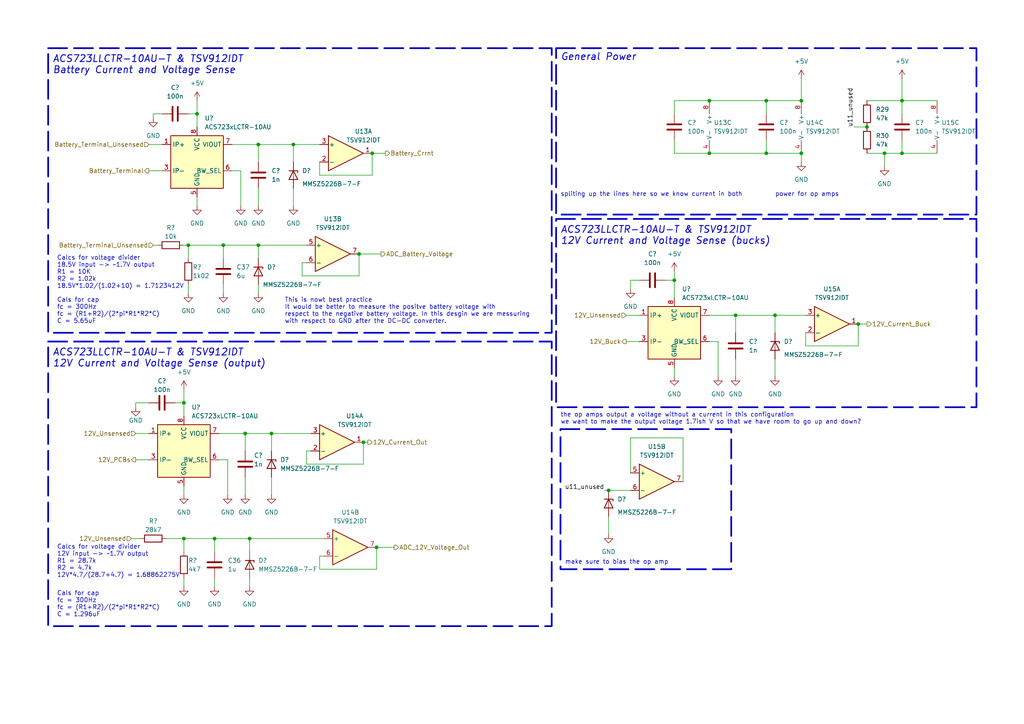
<source format=kicad_sch>
(kicad_sch (version 20230121) (generator eeschema)

  (uuid 7b6561ad-fb6b-4922-bb67-ba26e6ae94f0)

  (paper "A4")

  (lib_symbols
    (symbol "Amplifier_Operational:TSV912IDT" (pin_names (offset 0.127)) (in_bom yes) (on_board yes)
      (property "Reference" "U" (at 0 5.08 0)
        (effects (font (size 1.27 1.27)) (justify left))
      )
      (property "Value" "TSV912IDT" (at 0 -5.08 0)
        (effects (font (size 1.27 1.27)) (justify left))
      )
      (property "Footprint" "" (at 0 0 0)
        (effects (font (size 1.27 1.27)) hide)
      )
      (property "Datasheet" "www.st.com/resource/en/datasheet/tsv911.pdf" (at 0 0 0)
        (effects (font (size 1.27 1.27)) hide)
      )
      (property "ki_locked" "" (at 0 0 0)
        (effects (font (size 1.27 1.27)))
      )
      (property "ki_keywords" "dual opamp" (at 0 0 0)
        (effects (font (size 1.27 1.27)) hide)
      )
      (property "ki_description" "Dual rail-to-rail input/output 8 MHz operational amplifiers, SOIC-8" (at 0 0 0)
        (effects (font (size 1.27 1.27)) hide)
      )
      (property "ki_fp_filters" "SOIC*3.9x4.9mm*P1.27mm* DIP*W7.62mm* TO*99* OnSemi*Micro8* TSSOP*3x3mm*P0.65mm* TSSOP*4.4x3mm*P0.65mm* MSOP*3x3mm*P0.65mm* SSOP*3.9x4.9mm*P0.635mm* LFCSP*2x2mm*P0.5mm* *SIP* SOIC*5.3x6.2mm*P1.27mm*" (at 0 0 0)
        (effects (font (size 1.27 1.27)) hide)
      )
      (symbol "TSV912IDT_1_1"
        (polyline
          (pts
            (xy -5.08 5.08)
            (xy 5.08 0)
            (xy -5.08 -5.08)
            (xy -5.08 5.08)
          )
          (stroke (width 0.254) (type default))
          (fill (type background))
        )
        (pin output line (at 7.62 0 180) (length 2.54)
          (name "~" (effects (font (size 1.27 1.27))))
          (number "1" (effects (font (size 1.27 1.27))))
        )
        (pin input line (at -7.62 -2.54 0) (length 2.54)
          (name "-" (effects (font (size 1.27 1.27))))
          (number "2" (effects (font (size 1.27 1.27))))
        )
        (pin input line (at -7.62 2.54 0) (length 2.54)
          (name "+" (effects (font (size 1.27 1.27))))
          (number "3" (effects (font (size 1.27 1.27))))
        )
      )
      (symbol "TSV912IDT_2_1"
        (polyline
          (pts
            (xy -5.08 5.08)
            (xy 5.08 0)
            (xy -5.08 -5.08)
            (xy -5.08 5.08)
          )
          (stroke (width 0.254) (type default))
          (fill (type background))
        )
        (pin input line (at -7.62 2.54 0) (length 2.54)
          (name "+" (effects (font (size 1.27 1.27))))
          (number "5" (effects (font (size 1.27 1.27))))
        )
        (pin input line (at -7.62 -2.54 0) (length 2.54)
          (name "-" (effects (font (size 1.27 1.27))))
          (number "6" (effects (font (size 1.27 1.27))))
        )
        (pin output line (at 7.62 0 180) (length 2.54)
          (name "~" (effects (font (size 1.27 1.27))))
          (number "7" (effects (font (size 1.27 1.27))))
        )
      )
      (symbol "TSV912IDT_3_1"
        (pin power_in line (at -2.54 -7.62 90) (length 3.81)
          (name "V-" (effects (font (size 1.27 1.27))))
          (number "4" (effects (font (size 1.27 1.27))))
        )
        (pin power_in line (at -2.54 7.62 270) (length 3.81)
          (name "V+" (effects (font (size 1.27 1.27))))
          (number "8" (effects (font (size 1.27 1.27))))
        )
      )
    )
    (symbol "Device:C" (pin_numbers hide) (pin_names (offset 0.254)) (in_bom yes) (on_board yes)
      (property "Reference" "C" (at 0.635 2.54 0)
        (effects (font (size 1.27 1.27)) (justify left))
      )
      (property "Value" "C" (at 0.635 -2.54 0)
        (effects (font (size 1.27 1.27)) (justify left))
      )
      (property "Footprint" "" (at 0.9652 -3.81 0)
        (effects (font (size 1.27 1.27)) hide)
      )
      (property "Datasheet" "~" (at 0 0 0)
        (effects (font (size 1.27 1.27)) hide)
      )
      (property "ki_keywords" "cap capacitor" (at 0 0 0)
        (effects (font (size 1.27 1.27)) hide)
      )
      (property "ki_description" "Unpolarized capacitor" (at 0 0 0)
        (effects (font (size 1.27 1.27)) hide)
      )
      (property "ki_fp_filters" "C_*" (at 0 0 0)
        (effects (font (size 1.27 1.27)) hide)
      )
      (symbol "C_0_1"
        (polyline
          (pts
            (xy -2.032 -0.762)
            (xy 2.032 -0.762)
          )
          (stroke (width 0.508) (type default))
          (fill (type none))
        )
        (polyline
          (pts
            (xy -2.032 0.762)
            (xy 2.032 0.762)
          )
          (stroke (width 0.508) (type default))
          (fill (type none))
        )
      )
      (symbol "C_1_1"
        (pin passive line (at 0 3.81 270) (length 2.794)
          (name "~" (effects (font (size 1.27 1.27))))
          (number "1" (effects (font (size 1.27 1.27))))
        )
        (pin passive line (at 0 -3.81 90) (length 2.794)
          (name "~" (effects (font (size 1.27 1.27))))
          (number "2" (effects (font (size 1.27 1.27))))
        )
      )
    )
    (symbol "Device:D_Zener" (pin_numbers hide) (pin_names (offset 1.016) hide) (in_bom yes) (on_board yes)
      (property "Reference" "D" (at 0 2.54 0)
        (effects (font (size 1.27 1.27)))
      )
      (property "Value" "D_Zener" (at 0 -2.54 0)
        (effects (font (size 1.27 1.27)))
      )
      (property "Footprint" "" (at 0 0 0)
        (effects (font (size 1.27 1.27)) hide)
      )
      (property "Datasheet" "~" (at 0 0 0)
        (effects (font (size 1.27 1.27)) hide)
      )
      (property "ki_keywords" "diode" (at 0 0 0)
        (effects (font (size 1.27 1.27)) hide)
      )
      (property "ki_description" "Zener diode" (at 0 0 0)
        (effects (font (size 1.27 1.27)) hide)
      )
      (property "ki_fp_filters" "TO-???* *_Diode_* *SingleDiode* D_*" (at 0 0 0)
        (effects (font (size 1.27 1.27)) hide)
      )
      (symbol "D_Zener_0_1"
        (polyline
          (pts
            (xy 1.27 0)
            (xy -1.27 0)
          )
          (stroke (width 0) (type default))
          (fill (type none))
        )
        (polyline
          (pts
            (xy -1.27 -1.27)
            (xy -1.27 1.27)
            (xy -0.762 1.27)
          )
          (stroke (width 0.254) (type default))
          (fill (type none))
        )
        (polyline
          (pts
            (xy 1.27 -1.27)
            (xy 1.27 1.27)
            (xy -1.27 0)
            (xy 1.27 -1.27)
          )
          (stroke (width 0.254) (type default))
          (fill (type none))
        )
      )
      (symbol "D_Zener_1_1"
        (pin passive line (at -3.81 0 0) (length 2.54)
          (name "K" (effects (font (size 1.27 1.27))))
          (number "1" (effects (font (size 1.27 1.27))))
        )
        (pin passive line (at 3.81 0 180) (length 2.54)
          (name "A" (effects (font (size 1.27 1.27))))
          (number "2" (effects (font (size 1.27 1.27))))
        )
      )
    )
    (symbol "Device:R" (pin_numbers hide) (pin_names (offset 0)) (in_bom yes) (on_board yes)
      (property "Reference" "R" (at 2.032 0 90)
        (effects (font (size 1.27 1.27)))
      )
      (property "Value" "R" (at 0 0 90)
        (effects (font (size 1.27 1.27)))
      )
      (property "Footprint" "" (at -1.778 0 90)
        (effects (font (size 1.27 1.27)) hide)
      )
      (property "Datasheet" "~" (at 0 0 0)
        (effects (font (size 1.27 1.27)) hide)
      )
      (property "ki_keywords" "R res resistor" (at 0 0 0)
        (effects (font (size 1.27 1.27)) hide)
      )
      (property "ki_description" "Resistor" (at 0 0 0)
        (effects (font (size 1.27 1.27)) hide)
      )
      (property "ki_fp_filters" "R_*" (at 0 0 0)
        (effects (font (size 1.27 1.27)) hide)
      )
      (symbol "R_0_1"
        (rectangle (start -1.016 -2.54) (end 1.016 2.54)
          (stroke (width 0.254) (type default))
          (fill (type none))
        )
      )
      (symbol "R_1_1"
        (pin passive line (at 0 3.81 270) (length 1.27)
          (name "~" (effects (font (size 1.27 1.27))))
          (number "1" (effects (font (size 1.27 1.27))))
        )
        (pin passive line (at 0 -3.81 90) (length 1.27)
          (name "~" (effects (font (size 1.27 1.27))))
          (number "2" (effects (font (size 1.27 1.27))))
        )
      )
    )
    (symbol "Sensor_Current:ACS723xLCTR-10AU" (in_bom yes) (on_board yes)
      (property "Reference" "U" (at 2.54 11.43 0)
        (effects (font (size 1.27 1.27)) (justify left))
      )
      (property "Value" "ACS723xLCTR-10AU" (at 2.54 8.89 0)
        (effects (font (size 1.27 1.27)) (justify left))
      )
      (property "Footprint" "Package_SO:SOIC-8_3.9x4.9mm_P1.27mm" (at 2.54 -8.89 0)
        (effects (font (size 1.27 1.27) italic) (justify left) hide)
      )
      (property "Datasheet" "http://www.allegromicro.com/~/media/Files/Datasheets/ACS723-Datasheet.ashx?la=en" (at 0 0 0)
        (effects (font (size 1.27 1.27)) hide)
      )
      (property "ki_keywords" "hall effect current monitor sensor isolated" (at 0 0 0)
        (effects (font (size 1.27 1.27)) hide)
      )
      (property "ki_description" "10A Unidirectional Hall-Effect Current Sensor, +5.0V supply, 400mV/A, SOIC-8" (at 0 0 0)
        (effects (font (size 1.27 1.27)) hide)
      )
      (property "ki_fp_filters" "SOIC*3.9x4.9mm*P1.27mm*" (at 0 0 0)
        (effects (font (size 1.27 1.27)) hide)
      )
      (symbol "ACS723xLCTR-10AU_0_1"
        (rectangle (start -7.62 7.62) (end 7.62 -7.62)
          (stroke (width 0.254) (type default))
          (fill (type background))
        )
      )
      (symbol "ACS723xLCTR-10AU_1_1"
        (pin passive line (at -10.16 5.08 0) (length 2.54)
          (name "IP+" (effects (font (size 1.27 1.27))))
          (number "1" (effects (font (size 1.27 1.27))))
        )
        (pin passive line (at -10.16 5.08 0) (length 2.54) hide
          (name "IP+" (effects (font (size 1.27 1.27))))
          (number "2" (effects (font (size 1.27 1.27))))
        )
        (pin passive line (at -10.16 -2.54 0) (length 2.54)
          (name "IP-" (effects (font (size 1.27 1.27))))
          (number "3" (effects (font (size 1.27 1.27))))
        )
        (pin passive line (at -10.16 -2.54 0) (length 2.54) hide
          (name "IP-" (effects (font (size 1.27 1.27))))
          (number "4" (effects (font (size 1.27 1.27))))
        )
        (pin power_in line (at 0 -10.16 90) (length 2.54)
          (name "GND" (effects (font (size 1.27 1.27))))
          (number "5" (effects (font (size 1.27 1.27))))
        )
        (pin input line (at 10.16 -2.54 180) (length 2.54)
          (name "BW_SEL" (effects (font (size 1.27 1.27))))
          (number "6" (effects (font (size 1.27 1.27))))
        )
        (pin output line (at 10.16 5.08 180) (length 2.54)
          (name "VIOUT" (effects (font (size 1.27 1.27))))
          (number "7" (effects (font (size 1.27 1.27))))
        )
        (pin power_in line (at 0 10.16 270) (length 2.54)
          (name "VCC" (effects (font (size 1.27 1.27))))
          (number "8" (effects (font (size 1.27 1.27))))
        )
      )
    )
    (symbol "power:+5V" (power) (pin_names (offset 0)) (in_bom yes) (on_board yes)
      (property "Reference" "#PWR" (at 0 -3.81 0)
        (effects (font (size 1.27 1.27)) hide)
      )
      (property "Value" "+5V" (at 0 3.556 0)
        (effects (font (size 1.27 1.27)))
      )
      (property "Footprint" "" (at 0 0 0)
        (effects (font (size 1.27 1.27)) hide)
      )
      (property "Datasheet" "" (at 0 0 0)
        (effects (font (size 1.27 1.27)) hide)
      )
      (property "ki_keywords" "global power" (at 0 0 0)
        (effects (font (size 1.27 1.27)) hide)
      )
      (property "ki_description" "Power symbol creates a global label with name \"+5V\"" (at 0 0 0)
        (effects (font (size 1.27 1.27)) hide)
      )
      (symbol "+5V_0_1"
        (polyline
          (pts
            (xy -0.762 1.27)
            (xy 0 2.54)
          )
          (stroke (width 0) (type default))
          (fill (type none))
        )
        (polyline
          (pts
            (xy 0 0)
            (xy 0 2.54)
          )
          (stroke (width 0) (type default))
          (fill (type none))
        )
        (polyline
          (pts
            (xy 0 2.54)
            (xy 0.762 1.27)
          )
          (stroke (width 0) (type default))
          (fill (type none))
        )
      )
      (symbol "+5V_1_1"
        (pin power_in line (at 0 0 90) (length 0) hide
          (name "+5V" (effects (font (size 1.27 1.27))))
          (number "1" (effects (font (size 1.27 1.27))))
        )
      )
    )
    (symbol "power:GND" (power) (pin_names (offset 0)) (in_bom yes) (on_board yes)
      (property "Reference" "#PWR" (at 0 -6.35 0)
        (effects (font (size 1.27 1.27)) hide)
      )
      (property "Value" "GND" (at 0 -3.81 0)
        (effects (font (size 1.27 1.27)))
      )
      (property "Footprint" "" (at 0 0 0)
        (effects (font (size 1.27 1.27)) hide)
      )
      (property "Datasheet" "" (at 0 0 0)
        (effects (font (size 1.27 1.27)) hide)
      )
      (property "ki_keywords" "global power" (at 0 0 0)
        (effects (font (size 1.27 1.27)) hide)
      )
      (property "ki_description" "Power symbol creates a global label with name \"GND\" , ground" (at 0 0 0)
        (effects (font (size 1.27 1.27)) hide)
      )
      (symbol "GND_0_1"
        (polyline
          (pts
            (xy 0 0)
            (xy 0 -1.27)
            (xy 1.27 -1.27)
            (xy 0 -2.54)
            (xy -1.27 -1.27)
            (xy 0 -1.27)
          )
          (stroke (width 0) (type default))
          (fill (type none))
        )
      )
      (symbol "GND_1_1"
        (pin power_in line (at 0 0 270) (length 0) hide
          (name "GND" (effects (font (size 1.27 1.27))))
          (number "1" (effects (font (size 1.27 1.27))))
        )
      )
    )
  )

  (junction (at 256.54 44.45) (diameter 0) (color 0 0 0 0)
    (uuid 0e162747-a014-4734-a6b4-4b1e3ea32db9)
  )
  (junction (at 232.41 44.45) (diameter 0) (color 0 0 0 0)
    (uuid 1115a93a-2283-4b8d-b203-19ca38060d34)
  )
  (junction (at 107.95 44.45) (diameter 0) (color 0 0 0 0)
    (uuid 1e4c0605-4db2-4db8-9393-642d4c2a9bc2)
  )
  (junction (at 78.74 125.73) (diameter 0) (color 0 0 0 0)
    (uuid 1efeb8e6-a592-4f21-a646-64fc9a2ee363)
  )
  (junction (at 62.23 156.21) (diameter 0) (color 0 0 0 0)
    (uuid 2697d0e9-6db8-4509-80af-4efea5517350)
  )
  (junction (at 57.15 33.02) (diameter 0) (color 0 0 0 0)
    (uuid 2d394206-04dd-40a9-b51b-29d460088231)
  )
  (junction (at 261.62 29.21) (diameter 0) (color 0 0 0 0)
    (uuid 3919d427-5472-4714-9368-db9eb6d204a2)
  )
  (junction (at 105.41 128.27) (diameter 0) (color 0 0 0 0)
    (uuid 3cc6d26b-7000-4503-8de1-be5f399ffd2c)
  )
  (junction (at 71.12 125.73) (diameter 0) (color 0 0 0 0)
    (uuid 5261e386-e794-49cb-b956-f9a376b38ed5)
  )
  (junction (at 222.25 44.45) (diameter 0) (color 0 0 0 0)
    (uuid 5591318b-eac4-43fe-8b4c-e650711a00c3)
  )
  (junction (at 195.58 81.28) (diameter 0) (color 0 0 0 0)
    (uuid 5823f337-443c-4a80-8779-240820ac17b3)
  )
  (junction (at 261.62 44.45) (diameter 0) (color 0 0 0 0)
    (uuid 61df7ff9-cc27-42f4-9b2a-c965c511a030)
  )
  (junction (at 248.92 93.98) (diameter 0) (color 0 0 0 0)
    (uuid 63bf893a-7ed8-4f9a-b877-8dbc0fe5dc54)
  )
  (junction (at 224.79 91.44) (diameter 0) (color 0 0 0 0)
    (uuid 6c413fb3-0b09-43d8-aba4-34ff86796e04)
  )
  (junction (at 232.41 29.21) (diameter 0) (color 0 0 0 0)
    (uuid 6d7bf7ad-eca9-48c8-925d-8794b1f71bb2)
  )
  (junction (at 205.74 44.45) (diameter 0) (color 0 0 0 0)
    (uuid 6d84072b-805b-4ab7-8e51-8175bde3ed56)
  )
  (junction (at 54.61 71.12) (diameter 0) (color 0 0 0 0)
    (uuid 75fa46e3-e143-44be-a9ac-d06103178f43)
  )
  (junction (at 251.46 36.83) (diameter 0) (color 0 0 0 0)
    (uuid aa510e64-b5a4-4c97-9fa5-831b974be53b)
  )
  (junction (at 213.36 91.44) (diameter 0) (color 0 0 0 0)
    (uuid abcaf1ff-6ab6-47ef-a768-25e6f886760c)
  )
  (junction (at 64.77 71.12) (diameter 0) (color 0 0 0 0)
    (uuid ac5c7c26-baa6-4de8-9777-fda5a9ed4315)
  )
  (junction (at 72.39 156.21) (diameter 0) (color 0 0 0 0)
    (uuid adc45359-f777-4fed-8c57-3d3f6e0ac0ae)
  )
  (junction (at 109.22 158.75) (diameter 0) (color 0 0 0 0)
    (uuid c2cb1434-39e9-4e3c-a9f4-1ecc2f79cd91)
  )
  (junction (at 74.93 71.12) (diameter 0) (color 0 0 0 0)
    (uuid c8992653-52f8-4838-ad32-6e38c29b2af1)
  )
  (junction (at 205.74 29.21) (diameter 0) (color 0 0 0 0)
    (uuid d0f47854-acf6-42e3-a0c9-3537d7908814)
  )
  (junction (at 176.53 142.24) (diameter 0) (color 0 0 0 0)
    (uuid d269d4aa-c382-4d05-ae44-908d67985d72)
  )
  (junction (at 53.34 116.84) (diameter 0) (color 0 0 0 0)
    (uuid dee99b1a-b527-4064-8423-abce867aad59)
  )
  (junction (at 104.14 73.66) (diameter 0) (color 0 0 0 0)
    (uuid e780be42-6ed4-4efa-a721-a3915dcab0a3)
  )
  (junction (at 222.25 29.21) (diameter 0) (color 0 0 0 0)
    (uuid efda0aac-ce10-4836-ba60-5011690d6e42)
  )
  (junction (at 74.93 41.91) (diameter 0) (color 0 0 0 0)
    (uuid fab54854-8e61-48d4-896f-8699973151d9)
  )
  (junction (at 53.34 156.21) (diameter 0) (color 0 0 0 0)
    (uuid fc86875e-6ebf-427f-b9d2-aa705c52fe22)
  )
  (junction (at 85.09 41.91) (diameter 0) (color 0 0 0 0)
    (uuid ffb084c0-d3e8-45ed-a9fe-3ccd735b5477)
  )

  (wire (pts (xy 208.28 99.06) (xy 208.28 109.22))
    (stroke (width 0) (type default))
    (uuid 03d68c28-bb03-4afa-a23d-73040f9297c1)
  )
  (wire (pts (xy 63.5 133.35) (xy 66.04 133.35))
    (stroke (width 0) (type default))
    (uuid 0a8694e1-a596-418a-a5f5-ef4a35c7758f)
  )
  (wire (pts (xy 205.74 99.06) (xy 208.28 99.06))
    (stroke (width 0) (type default))
    (uuid 0bd624b7-657a-4866-8b57-0df4261638fd)
  )
  (wire (pts (xy 57.15 33.02) (xy 57.15 36.83))
    (stroke (width 0) (type default))
    (uuid 0fec2252-9193-4895-b4ba-005690f23394)
  )
  (wire (pts (xy 109.22 165.1) (xy 109.22 158.75))
    (stroke (width 0) (type default))
    (uuid 10259e88-7812-4ac5-b752-9f0168f3ae2e)
  )
  (wire (pts (xy 182.88 81.28) (xy 185.42 81.28))
    (stroke (width 0) (type default))
    (uuid 12ed315a-3260-4ba4-aa07-a681bfebba7d)
  )
  (wire (pts (xy 44.45 71.12) (xy 45.72 71.12))
    (stroke (width 0) (type default))
    (uuid 132bc981-b756-46ed-b40a-0eb934482445)
  )
  (wire (pts (xy 251.46 44.45) (xy 256.54 44.45))
    (stroke (width 0) (type default))
    (uuid 135a502a-5fc1-442e-84f7-06daaf3a3981)
  )
  (wire (pts (xy 74.93 71.12) (xy 74.93 74.93))
    (stroke (width 0) (type default))
    (uuid 19ba3bb0-bf5b-4ec9-b42f-634cc74a9c1c)
  )
  (wire (pts (xy 74.93 54.61) (xy 74.93 59.69))
    (stroke (width 0) (type default))
    (uuid 1a311237-820d-41aa-a36e-a64ae265b955)
  )
  (wire (pts (xy 43.18 49.53) (xy 46.99 49.53))
    (stroke (width 0) (type default))
    (uuid 1a7c835d-8fd3-4d75-aafd-2519af61f6e6)
  )
  (wire (pts (xy 261.62 44.45) (xy 271.78 44.45))
    (stroke (width 0) (type default))
    (uuid 1e49e4c3-762f-4d89-8670-42c509a73bda)
  )
  (wire (pts (xy 71.12 125.73) (xy 78.74 125.73))
    (stroke (width 0) (type default))
    (uuid 205a30e8-6ccc-4528-979e-ea3e6d4e7ec2)
  )
  (wire (pts (xy 48.26 156.21) (xy 53.34 156.21))
    (stroke (width 0) (type default))
    (uuid 21e317d7-1046-4f29-8846-6f75f8a1af1d)
  )
  (wire (pts (xy 251.46 29.21) (xy 261.62 29.21))
    (stroke (width 0) (type default))
    (uuid 2287af45-4246-4dd3-b9e4-d5394cdc7702)
  )
  (wire (pts (xy 50.8 116.84) (xy 53.34 116.84))
    (stroke (width 0) (type default))
    (uuid 277e2705-24d1-4389-909f-7259b3ed4183)
  )
  (wire (pts (xy 53.34 156.21) (xy 62.23 156.21))
    (stroke (width 0) (type default))
    (uuid 29b71339-d9c1-4bcf-aa40-b011ad202731)
  )
  (wire (pts (xy 40.64 156.21) (xy 38.1 156.21))
    (stroke (width 0) (type default))
    (uuid 29bbfd3b-8445-4dbd-9329-afb4071216a7)
  )
  (wire (pts (xy 213.36 91.44) (xy 213.36 96.52))
    (stroke (width 0) (type default))
    (uuid 2bac093e-867b-498e-9a06-e205f5efb0a1)
  )
  (wire (pts (xy 261.62 22.86) (xy 261.62 29.21))
    (stroke (width 0) (type default))
    (uuid 2e465948-52af-44cd-80fa-9f7efa11e9f5)
  )
  (wire (pts (xy 222.25 44.45) (xy 232.41 44.45))
    (stroke (width 0) (type default))
    (uuid 31796760-a002-47c6-8ff8-191d1b8a5462)
  )
  (wire (pts (xy 224.79 91.44) (xy 224.79 96.52))
    (stroke (width 0) (type default))
    (uuid 33b49079-3f16-4c34-aa8c-be526d7c1dca)
  )
  (wire (pts (xy 195.58 106.68) (xy 195.58 109.22))
    (stroke (width 0) (type default))
    (uuid 3498471a-e164-48fe-a7c5-c5d5020b8ecc)
  )
  (wire (pts (xy 224.79 91.44) (xy 233.68 91.44))
    (stroke (width 0) (type default))
    (uuid 353eb7eb-f115-4ec5-a90a-bfeaad627f88)
  )
  (wire (pts (xy 233.68 96.52) (xy 233.68 100.33))
    (stroke (width 0) (type default))
    (uuid 37cac3fc-5d32-4c00-9cd2-d019be75941b)
  )
  (wire (pts (xy 271.78 29.21) (xy 261.62 29.21))
    (stroke (width 0) (type default))
    (uuid 39b63bfe-bd2c-4508-98b1-96197f913ddd)
  )
  (wire (pts (xy 62.23 167.64) (xy 62.23 170.18))
    (stroke (width 0) (type default))
    (uuid 3aa4a326-e519-4ab7-8a7b-f2fa228ab325)
  )
  (wire (pts (xy 74.93 41.91) (xy 85.09 41.91))
    (stroke (width 0) (type default))
    (uuid 3dedcae3-e42c-47d3-8ac4-bfac69eeb29a)
  )
  (wire (pts (xy 205.74 91.44) (xy 213.36 91.44))
    (stroke (width 0) (type default))
    (uuid 3e358297-2c87-4a25-ae79-42e26cd17b99)
  )
  (wire (pts (xy 182.88 137.16) (xy 182.88 127))
    (stroke (width 0) (type default))
    (uuid 3f4e3556-bf7d-4a97-9a2b-76fde7afd241)
  )
  (wire (pts (xy 62.23 156.21) (xy 62.23 160.02))
    (stroke (width 0) (type default))
    (uuid 3f905e40-4f3a-4553-b5c1-e79eff6ef2e3)
  )
  (wire (pts (xy 39.37 116.84) (xy 39.37 118.11))
    (stroke (width 0) (type default))
    (uuid 438dae91-2f8b-405e-8efe-3f2ea96e8e40)
  )
  (wire (pts (xy 224.79 104.14) (xy 224.79 109.22))
    (stroke (width 0) (type default))
    (uuid 43a9dcf0-eee5-4821-93b2-10fae2b2bd1c)
  )
  (wire (pts (xy 232.41 22.86) (xy 232.41 29.21))
    (stroke (width 0) (type default))
    (uuid 4402d768-22e2-47a4-b8bc-c744041eaabe)
  )
  (wire (pts (xy 195.58 29.21) (xy 205.74 29.21))
    (stroke (width 0) (type default))
    (uuid 44946e73-b977-4df5-85e8-a5f23c44ff53)
  )
  (wire (pts (xy 53.34 167.64) (xy 53.34 170.18))
    (stroke (width 0) (type default))
    (uuid 452dbc62-28f2-4b17-adae-5dc9266b15c1)
  )
  (wire (pts (xy 54.61 82.55) (xy 54.61 85.09))
    (stroke (width 0) (type default))
    (uuid 456c2486-09db-45b7-8c3a-1d7d298f32f4)
  )
  (wire (pts (xy 92.71 165.1) (xy 109.22 165.1))
    (stroke (width 0) (type default))
    (uuid 482b0a93-0604-4600-adaa-095a0d11de16)
  )
  (wire (pts (xy 78.74 125.73) (xy 90.17 125.73))
    (stroke (width 0) (type default))
    (uuid 492b3dc0-bfdd-47bb-83f6-ee19d96eb063)
  )
  (wire (pts (xy 87.63 76.2) (xy 87.63 80.01))
    (stroke (width 0) (type default))
    (uuid 4e4ebcd5-2402-4241-b56e-982510e69899)
  )
  (wire (pts (xy 39.37 133.35) (xy 43.18 133.35))
    (stroke (width 0) (type default))
    (uuid 4eae090b-2a37-4e7c-881e-673c1f479399)
  )
  (wire (pts (xy 107.95 44.45) (xy 107.95 50.8))
    (stroke (width 0) (type default))
    (uuid 4f17ca1b-82b2-45cf-88d6-a9dbc43ae13f)
  )
  (wire (pts (xy 78.74 130.81) (xy 78.74 125.73))
    (stroke (width 0) (type default))
    (uuid 4fdb6ad2-f0e6-402b-a294-da847fd82f7f)
  )
  (wire (pts (xy 53.34 116.84) (xy 53.34 120.65))
    (stroke (width 0) (type default))
    (uuid 502374d9-e85f-4434-89ba-868f5cd8d6c7)
  )
  (wire (pts (xy 248.92 93.98) (xy 251.46 93.98))
    (stroke (width 0) (type default))
    (uuid 50a58475-ede0-44ef-99ba-0af8c8859393)
  )
  (wire (pts (xy 90.17 130.81) (xy 88.9 130.81))
    (stroke (width 0) (type default))
    (uuid 50c6d1bf-47bd-40be-b34d-c5d271525339)
  )
  (wire (pts (xy 54.61 71.12) (xy 54.61 74.93))
    (stroke (width 0) (type default))
    (uuid 535d6f60-de53-4a57-a98c-5474dafa102c)
  )
  (wire (pts (xy 63.5 125.73) (xy 71.12 125.73))
    (stroke (width 0) (type default))
    (uuid 53ad6554-8656-4972-adba-2415accb53db)
  )
  (wire (pts (xy 205.74 44.45) (xy 195.58 44.45))
    (stroke (width 0) (type default))
    (uuid 562f1a17-772c-434e-86df-be8b081dd609)
  )
  (wire (pts (xy 85.09 41.91) (xy 85.09 46.99))
    (stroke (width 0) (type default))
    (uuid 58f47d0d-caf0-4a31-b9a6-c3e47700fc7f)
  )
  (wire (pts (xy 261.62 29.21) (xy 261.62 33.02))
    (stroke (width 0) (type default))
    (uuid 5b4c62ea-0f6b-4a5d-81ff-7610b8ee1736)
  )
  (wire (pts (xy 69.85 49.53) (xy 69.85 59.69))
    (stroke (width 0) (type default))
    (uuid 5d70c439-ff08-4506-b7b9-f3dbe48b6886)
  )
  (wire (pts (xy 175.26 142.24) (xy 176.53 142.24))
    (stroke (width 0) (type default))
    (uuid 5df7c95a-4bf3-4f82-82db-7d0d8f74d39c)
  )
  (wire (pts (xy 92.71 161.29) (xy 92.71 165.1))
    (stroke (width 0) (type default))
    (uuid 68edc9f6-f270-4f6d-afc2-3c031465c059)
  )
  (wire (pts (xy 64.77 82.55) (xy 64.77 85.09))
    (stroke (width 0) (type default))
    (uuid 6af5f94e-964c-4090-ae2b-92036497c941)
  )
  (wire (pts (xy 198.12 127) (xy 198.12 139.7))
    (stroke (width 0) (type default))
    (uuid 6b3efca7-c9c6-488d-8d42-b38a43be5c16)
  )
  (wire (pts (xy 88.9 134.62) (xy 105.41 134.62))
    (stroke (width 0) (type default))
    (uuid 71e59618-5e18-4eae-9e6d-4ac597b997db)
  )
  (wire (pts (xy 85.09 54.61) (xy 85.09 59.69))
    (stroke (width 0) (type default))
    (uuid 724bc714-7753-47f5-8a83-c7757fccf7ae)
  )
  (wire (pts (xy 181.61 99.06) (xy 185.42 99.06))
    (stroke (width 0) (type default))
    (uuid 755bca93-9816-43b9-a47a-d8ebf4068aa8)
  )
  (wire (pts (xy 222.25 29.21) (xy 222.25 33.02))
    (stroke (width 0) (type default))
    (uuid 779dc5fa-f247-4b09-a5d4-2a6691f7b123)
  )
  (wire (pts (xy 247.65 36.83) (xy 251.46 36.83))
    (stroke (width 0) (type default))
    (uuid 78033835-bcb4-483d-8965-7258c8b7b597)
  )
  (wire (pts (xy 195.58 33.02) (xy 195.58 29.21))
    (stroke (width 0) (type default))
    (uuid 7a21f378-87d9-496d-acea-bc5c93da4600)
  )
  (wire (pts (xy 195.58 44.45) (xy 195.58 40.64))
    (stroke (width 0) (type default))
    (uuid 7a7d6d42-06db-4f10-bd4d-4da387264034)
  )
  (wire (pts (xy 67.31 41.91) (xy 74.93 41.91))
    (stroke (width 0) (type default))
    (uuid 7aa67fb0-2d42-4858-83cd-b8b78439b82e)
  )
  (wire (pts (xy 195.58 81.28) (xy 195.58 86.36))
    (stroke (width 0) (type default))
    (uuid 7f709d0b-bbd2-4ab5-9f06-0227f051bc3c)
  )
  (wire (pts (xy 87.63 80.01) (xy 104.14 80.01))
    (stroke (width 0) (type default))
    (uuid 8146ec5b-2b98-430e-8dbe-dde220589e0e)
  )
  (wire (pts (xy 43.18 116.84) (xy 39.37 116.84))
    (stroke (width 0) (type default))
    (uuid 81fb7bd3-83e9-4bcc-98e5-a39aea59929b)
  )
  (wire (pts (xy 256.54 44.45) (xy 256.54 48.26))
    (stroke (width 0) (type default))
    (uuid 82312267-5b06-4c7d-9d39-a3a656994b38)
  )
  (wire (pts (xy 233.68 100.33) (xy 248.92 100.33))
    (stroke (width 0) (type default))
    (uuid 85e64b75-ff33-4a4a-9d21-fce648e078fb)
  )
  (wire (pts (xy 111.76 44.45) (xy 107.95 44.45))
    (stroke (width 0) (type default))
    (uuid 85e846e2-68a3-4920-a6ad-d86ce5d930f2)
  )
  (wire (pts (xy 67.31 49.53) (xy 69.85 49.53))
    (stroke (width 0) (type default))
    (uuid 8736e24c-3346-4725-8c1f-fe9e710eaf54)
  )
  (wire (pts (xy 195.58 78.74) (xy 195.58 81.28))
    (stroke (width 0) (type default))
    (uuid 888e137d-4a10-4fe8-8b8b-9849593d27ea)
  )
  (wire (pts (xy 92.71 161.29) (xy 93.98 161.29))
    (stroke (width 0) (type default))
    (uuid 8d88ab9e-4fb8-47a6-8bb7-08f9cc0e5d5c)
  )
  (wire (pts (xy 44.45 34.29) (xy 44.45 33.02))
    (stroke (width 0) (type default))
    (uuid 907a6941-8a6c-4db1-b932-ca520ee9d605)
  )
  (wire (pts (xy 104.14 80.01) (xy 104.14 73.66))
    (stroke (width 0) (type default))
    (uuid 91099b67-1456-4dc2-b39b-9b9e177a3122)
  )
  (wire (pts (xy 53.34 71.12) (xy 54.61 71.12))
    (stroke (width 0) (type default))
    (uuid 976e6c18-b8ec-44f1-ae05-0ce9d52c7056)
  )
  (wire (pts (xy 181.61 91.44) (xy 185.42 91.44))
    (stroke (width 0) (type default))
    (uuid 9812504d-1b29-442e-a8a2-d0aea6852de5)
  )
  (wire (pts (xy 72.39 167.64) (xy 72.39 170.18))
    (stroke (width 0) (type default))
    (uuid 992020c8-029a-48b1-90bb-a5ede2bd2635)
  )
  (wire (pts (xy 66.04 133.35) (xy 66.04 143.51))
    (stroke (width 0) (type default))
    (uuid 992d9236-94c1-4e29-b27f-892517b0a9c1)
  )
  (wire (pts (xy 88.9 76.2) (xy 87.63 76.2))
    (stroke (width 0) (type default))
    (uuid 9fbbe9db-096b-4f49-a1f7-ebd3ffa60569)
  )
  (wire (pts (xy 232.41 44.45) (xy 232.41 46.99))
    (stroke (width 0) (type default))
    (uuid a35c60e8-5bf3-431a-93ea-57c4c22047f2)
  )
  (wire (pts (xy 222.25 29.21) (xy 232.41 29.21))
    (stroke (width 0) (type default))
    (uuid a3f6e576-b928-42bd-b364-a39e0809c9ad)
  )
  (wire (pts (xy 176.53 142.24) (xy 182.88 142.24))
    (stroke (width 0) (type default))
    (uuid a6a3d066-2cbe-478a-b031-a356f73873df)
  )
  (wire (pts (xy 71.12 125.73) (xy 71.12 130.81))
    (stroke (width 0) (type default))
    (uuid aca44b89-692c-4687-9b0a-b33df3433408)
  )
  (wire (pts (xy 92.71 46.99) (xy 92.71 50.8))
    (stroke (width 0) (type default))
    (uuid ad9d02e6-211e-4da4-bb47-15aed1abb1c3)
  )
  (wire (pts (xy 53.34 156.21) (xy 53.34 160.02))
    (stroke (width 0) (type default))
    (uuid ae61c880-75a6-4eaf-a73f-175e31d8621b)
  )
  (wire (pts (xy 64.77 71.12) (xy 64.77 74.93))
    (stroke (width 0) (type default))
    (uuid afcba5cf-c2cb-46d1-9f5e-219562b84496)
  )
  (wire (pts (xy 44.45 33.02) (xy 46.99 33.02))
    (stroke (width 0) (type default))
    (uuid b019a5bd-9077-4564-b9a1-d224998efa33)
  )
  (wire (pts (xy 193.04 81.28) (xy 195.58 81.28))
    (stroke (width 0) (type default))
    (uuid b0450ea2-63f7-4766-9bde-0edb7c0ab563)
  )
  (wire (pts (xy 74.93 71.12) (xy 88.9 71.12))
    (stroke (width 0) (type default))
    (uuid b17cfab6-42fb-482b-8775-26c6bcc8f3da)
  )
  (wire (pts (xy 64.77 71.12) (xy 74.93 71.12))
    (stroke (width 0) (type default))
    (uuid b437e34a-8633-4b17-8165-f651db19c3ca)
  )
  (wire (pts (xy 53.34 113.03) (xy 53.34 116.84))
    (stroke (width 0) (type default))
    (uuid b64f1f66-072a-40ad-90f1-a814267553e2)
  )
  (wire (pts (xy 54.61 33.02) (xy 57.15 33.02))
    (stroke (width 0) (type default))
    (uuid bcb47c87-3a9b-4031-a781-ecc41a2ec8f8)
  )
  (wire (pts (xy 110.49 73.66) (xy 104.14 73.66))
    (stroke (width 0) (type default))
    (uuid bfe90ce9-6c6a-4bee-af1a-f68b257fa238)
  )
  (wire (pts (xy 222.25 40.64) (xy 222.25 44.45))
    (stroke (width 0) (type default))
    (uuid c021f6c0-cb30-4c4f-b140-545ac5e12aa1)
  )
  (wire (pts (xy 62.23 156.21) (xy 72.39 156.21))
    (stroke (width 0) (type default))
    (uuid c029970d-4cc2-4259-aa02-11ef9ca08393)
  )
  (wire (pts (xy 54.61 71.12) (xy 64.77 71.12))
    (stroke (width 0) (type default))
    (uuid c3423b23-3a4c-4584-b3b2-b9e6eb604fb5)
  )
  (wire (pts (xy 105.41 128.27) (xy 106.68 128.27))
    (stroke (width 0) (type default))
    (uuid c3b04a80-0f27-48c4-b1bc-37d0221a3633)
  )
  (wire (pts (xy 182.88 83.82) (xy 182.88 81.28))
    (stroke (width 0) (type default))
    (uuid c5bd658f-c3f5-490b-8f0b-d8df1b2f3af6)
  )
  (wire (pts (xy 53.34 140.97) (xy 53.34 143.51))
    (stroke (width 0) (type default))
    (uuid c6cf8fa3-bd3b-4e3f-a3f7-0fe100b9db9e)
  )
  (wire (pts (xy 78.74 138.43) (xy 78.74 143.51))
    (stroke (width 0) (type default))
    (uuid c70513cf-b328-4f0e-845e-3ff81f3ce85b)
  )
  (wire (pts (xy 88.9 130.81) (xy 88.9 134.62))
    (stroke (width 0) (type default))
    (uuid c872dc4e-ac3a-4f8e-923f-55148f26a341)
  )
  (wire (pts (xy 71.12 138.43) (xy 71.12 143.51))
    (stroke (width 0) (type default))
    (uuid c898493f-af5b-490e-98df-b877b33a9cc5)
  )
  (wire (pts (xy 43.18 41.91) (xy 46.99 41.91))
    (stroke (width 0) (type default))
    (uuid ce532685-fdb2-4961-aff6-df7be1af5ae6)
  )
  (wire (pts (xy 205.74 29.21) (xy 222.25 29.21))
    (stroke (width 0) (type default))
    (uuid ced7fb95-5772-4a04-bef0-948568f4ad67)
  )
  (wire (pts (xy 105.41 134.62) (xy 105.41 128.27))
    (stroke (width 0) (type default))
    (uuid cee37754-2c65-48e4-bf56-3df8df66a0ef)
  )
  (wire (pts (xy 248.92 100.33) (xy 248.92 93.98))
    (stroke (width 0) (type default))
    (uuid d033760c-d615-4804-8b4f-e9a4a8ced1e9)
  )
  (wire (pts (xy 176.53 149.86) (xy 176.53 154.94))
    (stroke (width 0) (type default))
    (uuid d1227cff-bb75-43fb-904c-a5c6c1239180)
  )
  (wire (pts (xy 182.88 127) (xy 198.12 127))
    (stroke (width 0) (type default))
    (uuid d893a2c4-c131-43be-8776-b35c56c69701)
  )
  (wire (pts (xy 109.22 158.75) (xy 114.3 158.75))
    (stroke (width 0) (type default))
    (uuid dc2cc27d-76c4-40bd-9cc4-adae4a3b5718)
  )
  (wire (pts (xy 261.62 40.64) (xy 261.62 44.45))
    (stroke (width 0) (type default))
    (uuid e81eafd9-3e86-4091-9781-c46430f54f0c)
  )
  (wire (pts (xy 74.93 82.55) (xy 74.93 85.09))
    (stroke (width 0) (type default))
    (uuid e9b812f3-86d9-4258-9c7b-74cc5e84a7c9)
  )
  (wire (pts (xy 256.54 44.45) (xy 261.62 44.45))
    (stroke (width 0) (type default))
    (uuid eb98b5d3-55a2-496e-9745-4ef4ff8415cf)
  )
  (wire (pts (xy 107.95 50.8) (xy 92.71 50.8))
    (stroke (width 0) (type default))
    (uuid f2be389e-30ff-4507-9729-24f3f6208ccd)
  )
  (wire (pts (xy 213.36 91.44) (xy 224.79 91.44))
    (stroke (width 0) (type default))
    (uuid f4a17a97-d017-42fb-b01e-0aa838bf6aa5)
  )
  (wire (pts (xy 57.15 29.21) (xy 57.15 33.02))
    (stroke (width 0) (type default))
    (uuid f5240324-04aa-44fe-93ab-9fdb2b6fb1a9)
  )
  (wire (pts (xy 213.36 104.14) (xy 213.36 109.22))
    (stroke (width 0) (type default))
    (uuid f857b82b-7688-462f-a345-6d91ba610bb1)
  )
  (wire (pts (xy 72.39 156.21) (xy 72.39 160.02))
    (stroke (width 0) (type default))
    (uuid fa386704-cb4c-4848-b55b-b3941ab8af23)
  )
  (wire (pts (xy 57.15 57.15) (xy 57.15 59.69))
    (stroke (width 0) (type default))
    (uuid fa5ef353-55d0-4169-abba-31347f5cadc2)
  )
  (wire (pts (xy 72.39 156.21) (xy 93.98 156.21))
    (stroke (width 0) (type default))
    (uuid fbc555c0-fd97-43a2-bbbb-82315cafff2c)
  )
  (wire (pts (xy 74.93 41.91) (xy 74.93 46.99))
    (stroke (width 0) (type default))
    (uuid fe842c85-a5e1-4235-b6af-fbe63bdebedf)
  )
  (wire (pts (xy 39.37 125.73) (xy 43.18 125.73))
    (stroke (width 0) (type default))
    (uuid fec68bab-33ef-469b-9418-a62caa0f354a)
  )
  (wire (pts (xy 205.74 44.45) (xy 222.25 44.45))
    (stroke (width 0) (type default))
    (uuid fefbc45e-fb98-4ade-a8e7-76916057d59f)
  )
  (wire (pts (xy 85.09 41.91) (xy 92.71 41.91))
    (stroke (width 0) (type default))
    (uuid ffb9e13a-b02c-43e8-b6ca-9f71ce4b152f)
  )

  (rectangle (start 162.56 124.46) (end 212.09 165.1)
    (stroke (width 0.5) (type dash))
    (fill (type none))
    (uuid 030f9de0-0e86-42c3-ac28-3cdf8c0de437)
  )
  (rectangle (start 161.29 13.97) (end 283.21 62.23)
    (stroke (width 0.5) (type dash))
    (fill (type none))
    (uuid 0bef6a91-17d7-4e8c-8cbc-d8292cfe3e81)
  )
  (rectangle (start 13.97 13.97) (end 160.02 96.52)
    (stroke (width 0.5) (type dash))
    (fill (type none))
    (uuid 8fa34590-bc81-4f23-8d31-245796d5b7cd)
  )
  (rectangle (start 161.29 63.5) (end 283.21 118.11)
    (stroke (width 0.5) (type dash))
    (fill (type none))
    (uuid 92071292-cb7c-4604-971d-3ecd74389277)
  )
  (rectangle (start 13.97 99.06) (end 160.02 181.61)
    (stroke (width 0.5) (type dash))
    (fill (type none))
    (uuid f5a664dc-7a77-422c-8bc5-b019b20a4551)
  )

  (text "Cals for cap\nfc = 300Hz\nfc = (R1+R2)/(2*pi*R1*R2*C)\nC = 5.65uF"
    (at 16.51 93.98 0)
    (effects (font (size 1.27 1.27)) (justify left bottom))
    (uuid 02865633-3219-4248-8a71-5b52e7ff17f5)
  )
  (text "make sure to bias the op amp" (at 163.83 163.83 0)
    (effects (font (size 1.27 1.27)) (justify left bottom))
    (uuid 16ac8f1e-5291-42b6-8714-da8f17163041)
  )
  (text "the op amps output a voltage without a current in this configuration\nwe want to make the output voltage 1.7ish V so that we have room to go up and down?"
    (at 162.56 123.19 0)
    (effects (font (size 1.27 1.27)) (justify left bottom))
    (uuid 4723d1d3-5200-45d0-97ec-edaae0df2e71)
  )
  (text "Calcs for voltage divider\n12V input -> ~1.7V output\nR1 = 28.7k\nR2 = 4.7k\n12V*4.7/(28.7+4.7) = 1.68862275V"
    (at 16.51 167.64 0)
    (effects (font (size 1.27 1.27)) (justify left bottom))
    (uuid 50625949-3865-4413-b630-2c62c5857483)
  )
  (text "General Power" (at 162.56 17.78 0)
    (effects (font (size 2 2) (thickness 0.254) bold italic) (justify left bottom))
    (uuid 5781968c-4a07-4f9d-8110-a429f5f3b4f5)
  )
  (text "ACS723LLCTR-10AU-T & TSV912IDT \nBattery Current and Voltage Sense\n"
    (at 15.24 21.59 0)
    (effects (font (size 2 2) (thickness 0.254) bold italic) (justify left bottom))
    (uuid 5f0163ba-4495-41ef-a9e3-e4d09809cb5c)
  )
  (text "This is nowt best practice\nIt would be better to measure the positve battery voltage with \nrespect to the negative battery voltage. In this desgin we are messuring\nwith respect to GND after the DC-DC converter."
    (at 82.55 93.98 0)
    (effects (font (size 1.27 1.27)) (justify left bottom))
    (uuid 6ca4e71d-2fc0-48ce-b89b-463ad386bc78)
  )
  (text "Calcs for voltage divider\n18.5V input -> ~1.7V output\nR1 = 10K \nR2 = 1.02k\n18.5V*1.02/(1.02+10) = 1.7123412V"
    (at 16.51 83.82 0)
    (effects (font (size 1.27 1.27)) (justify left bottom))
    (uuid 71edbb56-6511-4a9d-b981-014a941d6248)
  )
  (text "ACS723LLCTR-10AU-T & TSV912IDT \n12V Current and Voltage Sense (output)\n"
    (at 15.24 106.68 0)
    (effects (font (size 2 2) (thickness 0.254) bold italic) (justify left bottom))
    (uuid 97cd91be-2aed-48c5-8c56-ffd75774ff2c)
  )
  (text "ACS723LLCTR-10AU-T & TSV912IDT \n12V Current and Voltage Sense (bucks)\n"
    (at 162.56 71.12 0)
    (effects (font (size 2 2) (thickness 0.254) bold italic) (justify left bottom))
    (uuid d8352367-a786-4a22-ba7b-a716d0da085c)
  )
  (text "spliting up the lines here so we know current in both\n"
    (at 162.56 57.15 0)
    (effects (font (size 1.27 1.27)) (justify left bottom))
    (uuid e8aedb46-befe-40eb-be60-c0a76364992f)
  )
  (text "power for op amps" (at 224.79 57.15 0)
    (effects (font (size 1.27 1.27)) (justify left bottom))
    (uuid ea0939eb-d5dd-419d-b846-0955151d8ef3)
  )
  (text "Cals for cap\nfc = 300Hz\nfc = (R1+R2)/(2*pi*R1*R2*C)\nC = 1.296uF"
    (at 16.51 179.07 0)
    (effects (font (size 1.27 1.27)) (justify left bottom))
    (uuid f62ba60d-fdaf-4725-861a-92d80707c8d0)
  )

  (label "u11_unused" (at 247.65 36.83 90) (fields_autoplaced)
    (effects (font (size 1.27 1.27)) (justify left bottom))
    (uuid 48af216f-c82c-4459-b9bc-0582cb7def98)
  )
  (label "u11_unused" (at 175.26 142.24 180) (fields_autoplaced)
    (effects (font (size 1.27 1.27)) (justify right bottom))
    (uuid d1d9271b-4f9b-457f-9884-988645ceee50)
  )

  (hierarchical_label "Battery_Terminal_Unsensed" (shape input) (at 44.45 71.12 180) (fields_autoplaced)
    (effects (font (size 1.27 1.27)) (justify right))
    (uuid 01ef4dec-0722-41bf-9a65-acf81adabebf)
  )
  (hierarchical_label "12V_PCBs" (shape output) (at 39.37 133.35 180) (fields_autoplaced)
    (effects (font (size 1.27 1.27)) (justify right))
    (uuid 4200fea4-ecf8-4402-aaed-a9503c72510d)
  )
  (hierarchical_label "12V_Buck" (shape output) (at 181.61 99.06 180) (fields_autoplaced)
    (effects (font (size 1.27 1.27)) (justify right))
    (uuid 5ddd00f4-eaaa-4a12-a456-4cbf8e1b52e8)
  )
  (hierarchical_label "ADC_12V_Voltage_Out" (shape output) (at 114.3 158.75 0) (fields_autoplaced)
    (effects (font (size 1.27 1.27)) (justify left))
    (uuid 62da11e9-bcdf-4f84-98da-a18b41081573)
  )
  (hierarchical_label "ADC_Battery_Voltage" (shape output) (at 110.49 73.66 0) (fields_autoplaced)
    (effects (font (size 1.27 1.27)) (justify left))
    (uuid 8989c917-eb2b-4981-adb9-38ea8efa61c8)
  )
  (hierarchical_label "12V_Unsensed" (shape input) (at 181.61 91.44 180) (fields_autoplaced)
    (effects (font (size 1.27 1.27)) (justify right))
    (uuid 9a2d9215-fea5-4fc6-bdc5-cee5d066803b)
  )
  (hierarchical_label "12V_Unsensed" (shape input) (at 38.1 156.21 180) (fields_autoplaced)
    (effects (font (size 1.27 1.27)) (justify right))
    (uuid ac9f6662-2277-4570-8a61-f1cba1146257)
  )
  (hierarchical_label "12V_Unsensed" (shape input) (at 39.37 125.73 180) (fields_autoplaced)
    (effects (font (size 1.27 1.27)) (justify right))
    (uuid ad654e74-4abb-4484-97a0-3a90bbb5469c)
  )
  (hierarchical_label "Battery_Crrnt" (shape output) (at 111.76 44.45 0) (fields_autoplaced)
    (effects (font (size 1.27 1.27)) (justify left))
    (uuid af49bc7a-a9b2-4094-ad3d-58226efbba0b)
  )
  (hierarchical_label "12V_Current_Out" (shape output) (at 106.68 128.27 0) (fields_autoplaced)
    (effects (font (size 1.27 1.27)) (justify left))
    (uuid b624963c-b683-4f21-a240-6d909d25e309)
  )
  (hierarchical_label "Battery_Terminal" (shape output) (at 43.18 49.53 180) (fields_autoplaced)
    (effects (font (size 1.27 1.27)) (justify right))
    (uuid c228f8fe-ab03-4506-9ddc-e2891d326e28)
  )
  (hierarchical_label "12V_Current_Buck" (shape output) (at 251.46 93.98 0) (fields_autoplaced)
    (effects (font (size 1.27 1.27)) (justify left))
    (uuid dc22d5cd-2c1b-4245-bbd4-41d6bce4afd0)
  )
  (hierarchical_label "Battery_Terminal_Unsensed" (shape input) (at 43.18 41.91 180) (fields_autoplaced)
    (effects (font (size 1.27 1.27)) (justify right))
    (uuid fbfbad80-f514-4e85-ade9-b0bcf943a591)
  )

  (symbol (lib_id "Device:R") (at 54.61 78.74 0) (unit 1)
    (in_bom yes) (on_board yes) (dnp no)
    (uuid 06ca4ed1-4b9b-4c3f-822c-756800daf71f)
    (property "Reference" "R?" (at 55.88 77.47 0)
      (effects (font (size 1.27 1.27)) (justify left))
    )
    (property "Value" "1k02" (at 55.88 80.01 0)
      (effects (font (size 1.27 1.27)) (justify left))
    )
    (property "Footprint" "Resistor_SMD:R_0805_2012Metric" (at 52.832 78.74 90)
      (effects (font (size 1.27 1.27)) hide)
    )
    (property "Datasheet" "~" (at 54.61 78.74 0)
      (effects (font (size 1.27 1.27)) hide)
    )
    (pin "1" (uuid e0f8704d-0876-4731-9962-3c01f45994d6))
    (pin "2" (uuid 12290574-b0d1-4ff3-8552-60c0ab74a08a))
    (instances
      (project "Batt-Power-Prototype-2023_Lucy_V1"
        (path "/c58627b7-5b67-4b57-b29b-cc34a75a9096/caf32978-5421-40df-803f-f9402117c79f"
          (reference "R?") (unit 1)
        )
        (path "/c58627b7-5b67-4b57-b29b-cc34a75a9096/caf32978-5421-40df-803f-f9402117c79f/88f1faac-12ef-431c-9bd1-139f98cd4cc8"
          (reference "R28") (unit 1)
        )
      )
    )
  )

  (symbol (lib_id "power:GND") (at 71.12 143.51 0) (unit 1)
    (in_bom yes) (on_board yes) (dnp no) (fields_autoplaced)
    (uuid 0bd4650d-0f64-4703-9bcc-64ac89537063)
    (property "Reference" "#PWR?" (at 71.12 149.86 0)
      (effects (font (size 1.27 1.27)) hide)
    )
    (property "Value" "GND" (at 71.12 148.59 0)
      (effects (font (size 1.27 1.27)))
    )
    (property "Footprint" "" (at 71.12 143.51 0)
      (effects (font (size 1.27 1.27)) hide)
    )
    (property "Datasheet" "" (at 71.12 143.51 0)
      (effects (font (size 1.27 1.27)) hide)
    )
    (pin "1" (uuid 736c96b3-b56d-4a9b-83e8-913d1c2d65d0))
    (instances
      (project "Batt-Power-Prototype-2023_Lucy_V1"
        (path "/c58627b7-5b67-4b57-b29b-cc34a75a9096/caf32978-5421-40df-803f-f9402117c79f"
          (reference "#PWR?") (unit 1)
        )
        (path "/c58627b7-5b67-4b57-b29b-cc34a75a9096/caf32978-5421-40df-803f-f9402117c79f/88f1faac-12ef-431c-9bd1-139f98cd4cc8"
          (reference "#PWR0191") (unit 1)
        )
      )
    )
  )

  (symbol (lib_id "Amplifier_Operational:TSV912IDT") (at 101.6 158.75 0) (unit 2)
    (in_bom yes) (on_board yes) (dnp no) (fields_autoplaced)
    (uuid 0e22d9f8-dd75-40ec-9540-f24f09347ae8)
    (property "Reference" "U14" (at 101.6 148.59 0)
      (effects (font (size 1.27 1.27)))
    )
    (property "Value" "TSV912IDT" (at 101.6 151.13 0)
      (effects (font (size 1.27 1.27)))
    )
    (property "Footprint" "BP_FTP:SO8_STM" (at 101.6 158.75 0)
      (effects (font (size 1.27 1.27)) hide)
    )
    (property "Datasheet" "www.st.com/resource/en/datasheet/tsv911.pdf" (at 101.6 158.75 0)
      (effects (font (size 1.27 1.27)) hide)
    )
    (property "Digikey #" "497-8165-2-ND" (at 101.6 158.75 0)
      (effects (font (size 1.27 1.27)) hide)
    )
    (pin "1" (uuid 0cbcfcca-c877-4142-82cc-5eb948312409))
    (pin "2" (uuid a8103843-95d6-42f8-91be-9e03370ea941))
    (pin "3" (uuid 1492f37c-6167-4b32-a8cb-167a8d226abf))
    (pin "5" (uuid ee8dae99-41f7-4d70-82b1-83acf3061560))
    (pin "6" (uuid e2eeff5a-c265-4c21-9589-c7ad28555952))
    (pin "7" (uuid 6e0e0c96-6f52-452c-ac09-025570eb1a46))
    (pin "4" (uuid e6b5389a-26ae-40b3-91b9-7114fa957413))
    (pin "8" (uuid 4ee3a348-1cd3-4e93-a363-90eb8a71816a))
    (instances
      (project "Batt-Power-Prototype-2023_Lucy_V1"
        (path "/c58627b7-5b67-4b57-b29b-cc34a75a9096/caf32978-5421-40df-803f-f9402117c79f/88f1faac-12ef-431c-9bd1-139f98cd4cc8"
          (reference "U14") (unit 2)
        )
      )
    )
  )

  (symbol (lib_id "power:GND") (at 57.15 59.69 0) (unit 1)
    (in_bom yes) (on_board yes) (dnp no)
    (uuid 0edcfcf1-5430-4203-878c-5b1a46886396)
    (property "Reference" "#PWR?" (at 57.15 66.04 0)
      (effects (font (size 1.27 1.27)) hide)
    )
    (property "Value" "GND" (at 57.15 64.77 0)
      (effects (font (size 1.27 1.27)))
    )
    (property "Footprint" "" (at 57.15 59.69 0)
      (effects (font (size 1.27 1.27)) hide)
    )
    (property "Datasheet" "" (at 57.15 59.69 0)
      (effects (font (size 1.27 1.27)) hide)
    )
    (pin "1" (uuid 47ced83b-fd23-49c7-88ae-76257af77ef2))
    (instances
      (project "Batt-Power-Prototype-2023_Lucy_V1"
        (path "/c58627b7-5b67-4b57-b29b-cc34a75a9096/caf32978-5421-40df-803f-f9402117c79f"
          (reference "#PWR?") (unit 1)
        )
        (path "/c58627b7-5b67-4b57-b29b-cc34a75a9096/caf32978-5421-40df-803f-f9402117c79f/88f1faac-12ef-431c-9bd1-139f98cd4cc8"
          (reference "#PWR0196") (unit 1)
        )
      )
    )
  )

  (symbol (lib_id "power:GND") (at 78.74 143.51 0) (unit 1)
    (in_bom yes) (on_board yes) (dnp no) (fields_autoplaced)
    (uuid 17bdb895-9ae5-442a-b521-58443aa09d28)
    (property "Reference" "#PWR?" (at 78.74 149.86 0)
      (effects (font (size 1.27 1.27)) hide)
    )
    (property "Value" "GND" (at 78.74 148.59 0)
      (effects (font (size 1.27 1.27)))
    )
    (property "Footprint" "" (at 78.74 143.51 0)
      (effects (font (size 1.27 1.27)) hide)
    )
    (property "Datasheet" "" (at 78.74 143.51 0)
      (effects (font (size 1.27 1.27)) hide)
    )
    (pin "1" (uuid 7fb55137-daae-46b5-8d28-cc6863b26943))
    (instances
      (project "Batt-Power-Prototype-2023_Lucy_V1"
        (path "/c58627b7-5b67-4b57-b29b-cc34a75a9096/caf32978-5421-40df-803f-f9402117c79f"
          (reference "#PWR?") (unit 1)
        )
        (path "/c58627b7-5b67-4b57-b29b-cc34a75a9096/caf32978-5421-40df-803f-f9402117c79f/88f1faac-12ef-431c-9bd1-139f98cd4cc8"
          (reference "#PWR0192") (unit 1)
        )
      )
    )
  )

  (symbol (lib_id "Device:D_Zener") (at 78.74 134.62 270) (unit 1)
    (in_bom yes) (on_board yes) (dnp no)
    (uuid 1cbf8653-2874-4ae2-8bee-9ee2dd59c103)
    (property "Reference" "D?" (at 81.28 133.35 90)
      (effects (font (size 1.27 1.27)) (justify left))
    )
    (property "Value" "MMSZ5226B-7-F" (at 81.28 135.89 90)
      (effects (font (size 1.27 1.27)) (justify left))
    )
    (property "Footprint" "Diode_SMD:D_SOD-123" (at 78.74 134.62 0)
      (effects (font (size 1.27 1.27)) hide)
    )
    (property "Datasheet" "https://www.diodes.com/assets/Datasheets/ds18010.pdf" (at 78.74 134.62 0)
      (effects (font (size 1.27 1.27)) hide)
    )
    (pin "1" (uuid a65fa857-9924-4a27-8a83-64e75e29c836))
    (pin "2" (uuid b2188acd-8a85-4560-b5be-6e702b2a8591))
    (instances
      (project "Batt-Power-Prototype-2023_Lucy_V1"
        (path "/c58627b7-5b67-4b57-b29b-cc34a75a9096/caf32978-5421-40df-803f-f9402117c79f"
          (reference "D?") (unit 1)
        )
        (path "/c58627b7-5b67-4b57-b29b-cc34a75a9096/caf32978-5421-40df-803f-f9402117c79f/88f1faac-12ef-431c-9bd1-139f98cd4cc8"
          (reference "D18") (unit 1)
        )
      )
    )
  )

  (symbol (lib_id "power:+5V") (at 232.41 22.86 0) (unit 1)
    (in_bom yes) (on_board yes) (dnp no) (fields_autoplaced)
    (uuid 1e1936cc-92ec-4413-9162-7a4f532fa5a6)
    (property "Reference" "#PWR0178" (at 232.41 26.67 0)
      (effects (font (size 1.27 1.27)) hide)
    )
    (property "Value" "+5V" (at 232.41 17.78 0)
      (effects (font (size 1.27 1.27)))
    )
    (property "Footprint" "" (at 232.41 22.86 0)
      (effects (font (size 1.27 1.27)) hide)
    )
    (property "Datasheet" "" (at 232.41 22.86 0)
      (effects (font (size 1.27 1.27)) hide)
    )
    (pin "1" (uuid a3842a8d-d90e-4af3-ac04-8f0bca05fbcd))
    (instances
      (project "Batt-Power-Prototype-2023_Lucy_V1"
        (path "/c58627b7-5b67-4b57-b29b-cc34a75a9096/caf32978-5421-40df-803f-f9402117c79f/88f1faac-12ef-431c-9bd1-139f98cd4cc8"
          (reference "#PWR0178") (unit 1)
        )
      )
    )
  )

  (symbol (lib_id "Amplifier_Operational:TSV912IDT") (at 100.33 44.45 0) (unit 1)
    (in_bom yes) (on_board yes) (dnp no)
    (uuid 23217391-5ac0-4ade-a385-5612fb4a371a)
    (property "Reference" "U13" (at 105.41 38.1 0)
      (effects (font (size 1.27 1.27)))
    )
    (property "Value" "TSV912IDT" (at 105.41 40.64 0)
      (effects (font (size 1.27 1.27)))
    )
    (property "Footprint" "BP_FTP:SO8_STM" (at 100.33 44.45 0)
      (effects (font (size 1.27 1.27)) hide)
    )
    (property "Datasheet" "www.st.com/resource/en/datasheet/tsv911.pdf" (at 100.33 44.45 0)
      (effects (font (size 1.27 1.27)) hide)
    )
    (property "Digikey #" "497-8165-2-ND" (at 100.33 44.45 0)
      (effects (font (size 1.27 1.27)) hide)
    )
    (pin "1" (uuid 0aeb42f8-484b-435c-8afe-5318c77ecc85))
    (pin "2" (uuid 2cc11215-4a9d-41b0-b98f-8aaebc58f12f))
    (pin "3" (uuid 644ff343-fb3c-4a17-863f-7ebb7742de07))
    (pin "5" (uuid 9e8d9e1c-8e21-4ac3-ba11-9807dc7c58a2))
    (pin "6" (uuid b0623791-cff9-4c09-8e6c-4804848687e5))
    (pin "7" (uuid a7329769-8f8d-41b1-89a9-61f6d2d90a01))
    (pin "4" (uuid 15f608fc-cbf8-48d3-b852-ba3b0c619167))
    (pin "8" (uuid 9ee79363-6907-43a4-98c8-eea7cd21b78d))
    (instances
      (project "Batt-Power-Prototype-2023_Lucy_V1"
        (path "/c58627b7-5b67-4b57-b29b-cc34a75a9096/caf32978-5421-40df-803f-f9402117c79f/88f1faac-12ef-431c-9bd1-139f98cd4cc8"
          (reference "U13") (unit 1)
        )
      )
    )
  )

  (symbol (lib_id "power:GND") (at 195.58 109.22 0) (unit 1)
    (in_bom yes) (on_board yes) (dnp no)
    (uuid 24332dc1-4dff-47f7-82d5-e6edef178496)
    (property "Reference" "#PWR?" (at 195.58 115.57 0)
      (effects (font (size 1.27 1.27)) hide)
    )
    (property "Value" "GND" (at 195.58 114.3 0)
      (effects (font (size 1.27 1.27)))
    )
    (property "Footprint" "" (at 195.58 109.22 0)
      (effects (font (size 1.27 1.27)) hide)
    )
    (property "Datasheet" "" (at 195.58 109.22 0)
      (effects (font (size 1.27 1.27)) hide)
    )
    (pin "1" (uuid f5daebd3-80ce-471f-97fa-03b75562d686))
    (instances
      (project "Batt-Power-Prototype-2023_Lucy_V1"
        (path "/c58627b7-5b67-4b57-b29b-cc34a75a9096/caf32978-5421-40df-803f-f9402117c79f"
          (reference "#PWR?") (unit 1)
        )
        (path "/c58627b7-5b67-4b57-b29b-cc34a75a9096/caf32978-5421-40df-803f-f9402117c79f/88f1faac-12ef-431c-9bd1-139f98cd4cc8"
          (reference "#PWR0173") (unit 1)
        )
      )
    )
  )

  (symbol (lib_id "Amplifier_Operational:TSV912IDT") (at 274.32 36.83 0) (unit 3)
    (in_bom yes) (on_board yes) (dnp no) (fields_autoplaced)
    (uuid 2bbae581-011e-44f7-95fe-fe08bf00d7f9)
    (property "Reference" "U15" (at 273.05 35.56 0)
      (effects (font (size 1.27 1.27)) (justify left))
    )
    (property "Value" "TSV912IDT" (at 273.05 38.1 0)
      (effects (font (size 1.27 1.27)) (justify left))
    )
    (property "Footprint" "BP_FTP:SO8_STM" (at 274.32 36.83 0)
      (effects (font (size 1.27 1.27)) hide)
    )
    (property "Datasheet" "www.st.com/resource/en/datasheet/tsv911.pdf" (at 274.32 36.83 0)
      (effects (font (size 1.27 1.27)) hide)
    )
    (property "Digikey #" "497-8165-2-ND" (at 274.32 36.83 0)
      (effects (font (size 1.27 1.27)) hide)
    )
    (pin "1" (uuid 3fe15a9a-f1c9-45f5-9f5b-f6315c4fc6c4))
    (pin "2" (uuid 2775ae99-0047-4fce-b3f3-eb83bdaa271b))
    (pin "3" (uuid 41d01022-73fa-4d85-974f-01dd736dabca))
    (pin "5" (uuid 0552c6e5-8681-4ec4-98dd-5547992d3397))
    (pin "6" (uuid 8dcf5173-e6f3-4c54-bee5-5659b62831b2))
    (pin "7" (uuid f2cf9897-5f74-4dc1-a0a2-0bfd4c92abb1))
    (pin "4" (uuid 8c3e4eb9-e4e9-44ae-9b9a-ac1ea1f9541e))
    (pin "8" (uuid 654718e1-3d29-476d-b2d1-9b24523b56b4))
    (instances
      (project "Batt-Power-Prototype-2023_Lucy_V1"
        (path "/c58627b7-5b67-4b57-b29b-cc34a75a9096/caf32978-5421-40df-803f-f9402117c79f/88f1faac-12ef-431c-9bd1-139f98cd4cc8"
          (reference "U15") (unit 3)
        )
      )
    )
  )

  (symbol (lib_id "Device:C") (at 195.58 36.83 0) (unit 1)
    (in_bom yes) (on_board yes) (dnp no) (fields_autoplaced)
    (uuid 2c0ba26e-1bf8-49e2-abf6-2b22fa7fc816)
    (property "Reference" "C?" (at 199.39 35.56 0)
      (effects (font (size 1.27 1.27)) (justify left))
    )
    (property "Value" "100n" (at 199.39 38.1 0)
      (effects (font (size 1.27 1.27)) (justify left))
    )
    (property "Footprint" "Capacitor_SMD:C_0603_1608Metric" (at 196.5452 40.64 0)
      (effects (font (size 1.27 1.27)) hide)
    )
    (property "Datasheet" "~" (at 195.58 36.83 0)
      (effects (font (size 1.27 1.27)) hide)
    )
    (pin "1" (uuid 579d91a4-1dbf-473f-8dfc-32c8feb530f3))
    (pin "2" (uuid c796333c-e07a-4f7e-88ed-686b3f054aaf))
    (instances
      (project "Batt-Power-Prototype-2023_Lucy_V1"
        (path "/c58627b7-5b67-4b57-b29b-cc34a75a9096/caf32978-5421-40df-803f-f9402117c79f"
          (reference "C?") (unit 1)
        )
        (path "/c58627b7-5b67-4b57-b29b-cc34a75a9096/caf32978-5421-40df-803f-f9402117c79f/88f1faac-12ef-431c-9bd1-139f98cd4cc8"
          (reference "C41") (unit 1)
        )
      )
    )
  )

  (symbol (lib_id "Device:C") (at 50.8 33.02 90) (unit 1)
    (in_bom yes) (on_board yes) (dnp no) (fields_autoplaced)
    (uuid 2c108ab6-1666-4a9b-861e-86be1a276006)
    (property "Reference" "C?" (at 50.8 25.4 90)
      (effects (font (size 1.27 1.27)))
    )
    (property "Value" "100n" (at 50.8 27.94 90)
      (effects (font (size 1.27 1.27)))
    )
    (property "Footprint" "Capacitor_SMD:C_0603_1608Metric" (at 54.61 32.0548 0)
      (effects (font (size 1.27 1.27)) hide)
    )
    (property "Datasheet" "~" (at 50.8 33.02 0)
      (effects (font (size 1.27 1.27)) hide)
    )
    (pin "1" (uuid b8dc99b2-16fa-4da6-bb6f-19cd8da72e93))
    (pin "2" (uuid 1d7f0f8e-14bf-4d10-aa63-816e2d1af44a))
    (instances
      (project "Batt-Power-Prototype-2023_Lucy_V1"
        (path "/c58627b7-5b67-4b57-b29b-cc34a75a9096/caf32978-5421-40df-803f-f9402117c79f"
          (reference "C?") (unit 1)
        )
        (path "/c58627b7-5b67-4b57-b29b-cc34a75a9096/caf32978-5421-40df-803f-f9402117c79f/88f1faac-12ef-431c-9bd1-139f98cd4cc8"
          (reference "C50") (unit 1)
        )
      )
    )
  )

  (symbol (lib_id "power:+5V") (at 195.58 78.74 0) (unit 1)
    (in_bom yes) (on_board yes) (dnp no) (fields_autoplaced)
    (uuid 33acbe58-255b-4a79-8a8c-a30950618eb4)
    (property "Reference" "#PWR0171" (at 195.58 82.55 0)
      (effects (font (size 1.27 1.27)) hide)
    )
    (property "Value" "+5V" (at 195.58 73.66 0)
      (effects (font (size 1.27 1.27)))
    )
    (property "Footprint" "" (at 195.58 78.74 0)
      (effects (font (size 1.27 1.27)) hide)
    )
    (property "Datasheet" "" (at 195.58 78.74 0)
      (effects (font (size 1.27 1.27)) hide)
    )
    (pin "1" (uuid e0eff55d-de77-4729-a915-65e88df0b9ec))
    (instances
      (project "Batt-Power-Prototype-2023_Lucy_V1"
        (path "/c58627b7-5b67-4b57-b29b-cc34a75a9096/caf32978-5421-40df-803f-f9402117c79f/88f1faac-12ef-431c-9bd1-139f98cd4cc8"
          (reference "#PWR0171") (unit 1)
        )
      )
    )
  )

  (symbol (lib_id "Amplifier_Operational:TSV912IDT") (at 190.5 139.7 0) (unit 2)
    (in_bom yes) (on_board yes) (dnp no) (fields_autoplaced)
    (uuid 34f2c9f3-3195-4039-a923-7410ff45b7ca)
    (property "Reference" "U15" (at 190.5 129.54 0)
      (effects (font (size 1.27 1.27)))
    )
    (property "Value" "TSV912IDT" (at 190.5 132.08 0)
      (effects (font (size 1.27 1.27)))
    )
    (property "Footprint" "BP_FTP:SO8_STM" (at 190.5 139.7 0)
      (effects (font (size 1.27 1.27)) hide)
    )
    (property "Datasheet" "www.st.com/resource/en/datasheet/tsv911.pdf" (at 190.5 139.7 0)
      (effects (font (size 1.27 1.27)) hide)
    )
    (property "Digikey #" "497-8165-2-ND" (at 190.5 139.7 0)
      (effects (font (size 1.27 1.27)) hide)
    )
    (pin "1" (uuid 64fb43f9-497a-432f-8213-de18ccd4eabe))
    (pin "2" (uuid 7fe137b9-382e-4782-ad2c-3d1ee1d268be))
    (pin "3" (uuid be1a8ba9-529f-47e3-ad74-2081253d1c8a))
    (pin "5" (uuid d9b8698a-cc86-4964-a108-5583ea6d4124))
    (pin "6" (uuid eefa28ed-8e2f-45f8-94ec-0f1325f383f8))
    (pin "7" (uuid b2f7e26d-9ef0-4264-8a42-b8f28fbfab09))
    (pin "4" (uuid 8322aa4a-687a-4895-8fbc-f9ad2fb566f7))
    (pin "8" (uuid 67c77986-94a3-4f74-8b53-4e58b198a56d))
    (instances
      (project "Batt-Power-Prototype-2023_Lucy_V1"
        (path "/c58627b7-5b67-4b57-b29b-cc34a75a9096/caf32978-5421-40df-803f-f9402117c79f/88f1faac-12ef-431c-9bd1-139f98cd4cc8"
          (reference "U15") (unit 2)
        )
      )
    )
  )

  (symbol (lib_id "power:GND") (at 44.45 34.29 0) (unit 1)
    (in_bom yes) (on_board yes) (dnp no) (fields_autoplaced)
    (uuid 38b0f291-df9c-49f7-a405-5aebe010cab8)
    (property "Reference" "#PWR?" (at 44.45 40.64 0)
      (effects (font (size 1.27 1.27)) hide)
    )
    (property "Value" "GND" (at 44.45 39.37 0)
      (effects (font (size 1.27 1.27)))
    )
    (property "Footprint" "" (at 44.45 34.29 0)
      (effects (font (size 1.27 1.27)) hide)
    )
    (property "Datasheet" "" (at 44.45 34.29 0)
      (effects (font (size 1.27 1.27)) hide)
    )
    (pin "1" (uuid abb464e3-7be1-4704-8bf6-bb1b255d96c1))
    (instances
      (project "Batt-Power-Prototype-2023_Lucy_V1"
        (path "/c58627b7-5b67-4b57-b29b-cc34a75a9096/caf32978-5421-40df-803f-f9402117c79f"
          (reference "#PWR?") (unit 1)
        )
        (path "/c58627b7-5b67-4b57-b29b-cc34a75a9096/caf32978-5421-40df-803f-f9402117c79f/88f1faac-12ef-431c-9bd1-139f98cd4cc8"
          (reference "#PWR01") (unit 1)
        )
      )
    )
  )

  (symbol (lib_id "power:GND") (at 72.39 170.18 0) (unit 1)
    (in_bom yes) (on_board yes) (dnp no) (fields_autoplaced)
    (uuid 38ceb1f9-14b2-4ce1-93ae-8a47e9c52d18)
    (property "Reference" "#PWR?" (at 72.39 176.53 0)
      (effects (font (size 1.27 1.27)) hide)
    )
    (property "Value" "GND" (at 72.39 175.26 0)
      (effects (font (size 1.27 1.27)))
    )
    (property "Footprint" "" (at 72.39 170.18 0)
      (effects (font (size 1.27 1.27)) hide)
    )
    (property "Datasheet" "" (at 72.39 170.18 0)
      (effects (font (size 1.27 1.27)) hide)
    )
    (pin "1" (uuid b65c8200-5fce-4d0b-91bd-9be25e32b1ef))
    (instances
      (project "Batt-Power-Prototype-2023_Lucy_V1"
        (path "/c58627b7-5b67-4b57-b29b-cc34a75a9096/caf32978-5421-40df-803f-f9402117c79f"
          (reference "#PWR?") (unit 1)
        )
        (path "/c58627b7-5b67-4b57-b29b-cc34a75a9096/caf32978-5421-40df-803f-f9402117c79f/88f1faac-12ef-431c-9bd1-139f98cd4cc8"
          (reference "#PWR0190") (unit 1)
        )
      )
    )
  )

  (symbol (lib_id "power:+5V") (at 57.15 29.21 0) (unit 1)
    (in_bom yes) (on_board yes) (dnp no) (fields_autoplaced)
    (uuid 3ea0d8b0-2e7f-497f-81b5-7663b16b4ce3)
    (property "Reference" "#PWR0198" (at 57.15 33.02 0)
      (effects (font (size 1.27 1.27)) hide)
    )
    (property "Value" "+5V" (at 57.15 24.13 0)
      (effects (font (size 1.27 1.27)))
    )
    (property "Footprint" "" (at 57.15 29.21 0)
      (effects (font (size 1.27 1.27)) hide)
    )
    (property "Datasheet" "" (at 57.15 29.21 0)
      (effects (font (size 1.27 1.27)) hide)
    )
    (pin "1" (uuid 7c3e3cf3-4e66-4e0a-8b44-82dac95b6e7f))
    (instances
      (project "Batt-Power-Prototype-2023_Lucy_V1"
        (path "/c58627b7-5b67-4b57-b29b-cc34a75a9096/caf32978-5421-40df-803f-f9402117c79f/88f1faac-12ef-431c-9bd1-139f98cd4cc8"
          (reference "#PWR0198") (unit 1)
        )
      )
    )
  )

  (symbol (lib_id "Device:C") (at 261.62 36.83 0) (unit 1)
    (in_bom yes) (on_board yes) (dnp no) (fields_autoplaced)
    (uuid 429d92a9-c2f9-4bf2-86c3-946542f83763)
    (property "Reference" "C?" (at 265.43 35.56 0)
      (effects (font (size 1.27 1.27)) (justify left))
    )
    (property "Value" "100n" (at 265.43 38.1 0)
      (effects (font (size 1.27 1.27)) (justify left))
    )
    (property "Footprint" "Capacitor_SMD:C_0603_1608Metric" (at 262.5852 40.64 0)
      (effects (font (size 1.27 1.27)) hide)
    )
    (property "Datasheet" "~" (at 261.62 36.83 0)
      (effects (font (size 1.27 1.27)) hide)
    )
    (pin "1" (uuid 40e8a1b2-0a84-4f3b-abf2-8cd17aa1c981))
    (pin "2" (uuid ca094295-20ab-4b94-b54d-6d2bcb78a517))
    (instances
      (project "Batt-Power-Prototype-2023_Lucy_V1"
        (path "/c58627b7-5b67-4b57-b29b-cc34a75a9096/caf32978-5421-40df-803f-f9402117c79f"
          (reference "C?") (unit 1)
        )
        (path "/c58627b7-5b67-4b57-b29b-cc34a75a9096/caf32978-5421-40df-803f-f9402117c79f/88f1faac-12ef-431c-9bd1-139f98cd4cc8"
          (reference "C44") (unit 1)
        )
      )
    )
  )

  (symbol (lib_id "Device:C") (at 222.25 36.83 0) (unit 1)
    (in_bom yes) (on_board yes) (dnp no) (fields_autoplaced)
    (uuid 4c9c3747-354a-4e0a-9f78-fc342ba89562)
    (property "Reference" "C?" (at 226.06 35.56 0)
      (effects (font (size 1.27 1.27)) (justify left))
    )
    (property "Value" "100n" (at 226.06 38.1 0)
      (effects (font (size 1.27 1.27)) (justify left))
    )
    (property "Footprint" "Capacitor_SMD:C_0603_1608Metric" (at 223.2152 40.64 0)
      (effects (font (size 1.27 1.27)) hide)
    )
    (property "Datasheet" "~" (at 222.25 36.83 0)
      (effects (font (size 1.27 1.27)) hide)
    )
    (pin "1" (uuid cbd4518e-9637-4315-bb03-183e2b55d6c1))
    (pin "2" (uuid 8a8c5b9b-68c2-4bbf-ba8f-40d13ffca269))
    (instances
      (project "Batt-Power-Prototype-2023_Lucy_V1"
        (path "/c58627b7-5b67-4b57-b29b-cc34a75a9096/caf32978-5421-40df-803f-f9402117c79f"
          (reference "C?") (unit 1)
        )
        (path "/c58627b7-5b67-4b57-b29b-cc34a75a9096/caf32978-5421-40df-803f-f9402117c79f/88f1faac-12ef-431c-9bd1-139f98cd4cc8"
          (reference "C43") (unit 1)
        )
      )
    )
  )

  (symbol (lib_id "power:GND") (at 53.34 143.51 0) (unit 1)
    (in_bom yes) (on_board yes) (dnp no)
    (uuid 507a4e1c-ded1-431b-82de-c9bbf236d5dc)
    (property "Reference" "#PWR?" (at 53.34 149.86 0)
      (effects (font (size 1.27 1.27)) hide)
    )
    (property "Value" "GND" (at 53.34 148.59 0)
      (effects (font (size 1.27 1.27)))
    )
    (property "Footprint" "" (at 53.34 143.51 0)
      (effects (font (size 1.27 1.27)) hide)
    )
    (property "Datasheet" "" (at 53.34 143.51 0)
      (effects (font (size 1.27 1.27)) hide)
    )
    (pin "1" (uuid 03084e34-77ef-49b3-803a-acc82ca94442))
    (instances
      (project "Batt-Power-Prototype-2023_Lucy_V1"
        (path "/c58627b7-5b67-4b57-b29b-cc34a75a9096/caf32978-5421-40df-803f-f9402117c79f"
          (reference "#PWR?") (unit 1)
        )
        (path "/c58627b7-5b67-4b57-b29b-cc34a75a9096/caf32978-5421-40df-803f-f9402117c79f/88f1faac-12ef-431c-9bd1-139f98cd4cc8"
          (reference "#PWR0186") (unit 1)
        )
      )
    )
  )

  (symbol (lib_id "power:GND") (at 232.41 46.99 0) (unit 1)
    (in_bom yes) (on_board yes) (dnp no) (fields_autoplaced)
    (uuid 527f6613-f66b-436e-8909-1cd144f1f29c)
    (property "Reference" "#PWR0177" (at 232.41 53.34 0)
      (effects (font (size 1.27 1.27)) hide)
    )
    (property "Value" "GND" (at 232.41 52.07 0)
      (effects (font (size 1.27 1.27)))
    )
    (property "Footprint" "" (at 232.41 46.99 0)
      (effects (font (size 1.27 1.27)) hide)
    )
    (property "Datasheet" "" (at 232.41 46.99 0)
      (effects (font (size 1.27 1.27)) hide)
    )
    (pin "1" (uuid 13694928-bc84-4f9d-bcc6-dc9e7039eeba))
    (instances
      (project "Batt-Power-Prototype-2023_Lucy_V1"
        (path "/c58627b7-5b67-4b57-b29b-cc34a75a9096/caf32978-5421-40df-803f-f9402117c79f/88f1faac-12ef-431c-9bd1-139f98cd4cc8"
          (reference "#PWR0177") (unit 1)
        )
      )
    )
  )

  (symbol (lib_id "power:+5V") (at 261.62 22.86 0) (unit 1)
    (in_bom yes) (on_board yes) (dnp no) (fields_autoplaced)
    (uuid 57d5badb-4821-4bbe-ad77-ddcd40af196a)
    (property "Reference" "#PWR0179" (at 261.62 26.67 0)
      (effects (font (size 1.27 1.27)) hide)
    )
    (property "Value" "+5V" (at 261.62 17.78 0)
      (effects (font (size 1.27 1.27)))
    )
    (property "Footprint" "" (at 261.62 22.86 0)
      (effects (font (size 1.27 1.27)) hide)
    )
    (property "Datasheet" "" (at 261.62 22.86 0)
      (effects (font (size 1.27 1.27)) hide)
    )
    (pin "1" (uuid fa67ef4f-edf3-43d4-be8c-6c807bed1d8d))
    (instances
      (project "Batt-Power-Prototype-2023_Lucy_V1"
        (path "/c58627b7-5b67-4b57-b29b-cc34a75a9096/caf32978-5421-40df-803f-f9402117c79f/88f1faac-12ef-431c-9bd1-139f98cd4cc8"
          (reference "#PWR0179") (unit 1)
        )
      )
    )
  )

  (symbol (lib_id "Sensor_Current:ACS723xLCTR-10AU") (at 57.15 46.99 0) (unit 1)
    (in_bom yes) (on_board yes) (dnp no) (fields_autoplaced)
    (uuid 587d728e-de71-4daa-93d4-402ed8ba6a0b)
    (property "Reference" "U?" (at 59.3441 34.29 0)
      (effects (font (size 1.27 1.27)) (justify left))
    )
    (property "Value" "ACS723xLCTR-10AU" (at 59.3441 36.83 0)
      (effects (font (size 1.27 1.27)) (justify left))
    )
    (property "Footprint" "Package_SO:SOIC-8_3.9x4.9mm_P1.27mm" (at 59.69 55.88 0)
      (effects (font (size 1.27 1.27) italic) (justify left) hide)
    )
    (property "Datasheet" "http://www.allegromicro.com/~/media/Files/Datasheets/ACS723-Datasheet.ashx?la=en" (at 57.15 46.99 0)
      (effects (font (size 1.27 1.27)) hide)
    )
    (pin "1" (uuid 7207509e-c584-4fb5-bccd-5f2c294e5000))
    (pin "2" (uuid d903a7b6-5aa7-4207-8367-ebaaa74b24b9))
    (pin "3" (uuid 51f2ea29-e06b-4787-8e2a-5bac419d1f8a))
    (pin "4" (uuid 5babe218-f786-44dc-8e49-0a5d61b5b541))
    (pin "5" (uuid f4377ab3-add2-458f-b1ad-d66f895252e9))
    (pin "6" (uuid d9c2431f-ac31-447b-843d-65cb2ba34132))
    (pin "7" (uuid f1b2ad8f-921c-4a4a-a01e-a047b365c7cb))
    (pin "8" (uuid 9d809f39-ff2f-4f9e-a577-e8990168ca9d))
    (instances
      (project "Batt-Power-Prototype-2023_Lucy_V1"
        (path "/c58627b7-5b67-4b57-b29b-cc34a75a9096/caf32978-5421-40df-803f-f9402117c79f"
          (reference "U?") (unit 1)
        )
        (path "/c58627b7-5b67-4b57-b29b-cc34a75a9096/caf32978-5421-40df-803f-f9402117c79f/88f1faac-12ef-431c-9bd1-139f98cd4cc8"
          (reference "U12") (unit 1)
        )
      )
    )
  )

  (symbol (lib_id "Device:C") (at 213.36 100.33 0) (unit 1)
    (in_bom yes) (on_board yes) (dnp no)
    (uuid 6896fd58-d6b0-4538-9dbf-e62c3a6085f9)
    (property "Reference" "C?" (at 217.17 99.06 0)
      (effects (font (size 1.27 1.27)) (justify left))
    )
    (property "Value" "1n" (at 217.17 101.6 0)
      (effects (font (size 1.27 1.27)) (justify left))
    )
    (property "Footprint" "Capacitor_SMD:C_0402_1005Metric" (at 214.3252 104.14 0)
      (effects (font (size 1.27 1.27)) hide)
    )
    (property "Datasheet" "~" (at 213.36 100.33 0)
      (effects (font (size 1.27 1.27)) hide)
    )
    (pin "1" (uuid ac3fb66d-e321-4f6a-840d-f43862d2cddb))
    (pin "2" (uuid a62ac2ee-ed9b-4baa-af04-b7c096924d5d))
    (instances
      (project "Batt-Power-Prototype-2023_Lucy_V1"
        (path "/c58627b7-5b67-4b57-b29b-cc34a75a9096/caf32978-5421-40df-803f-f9402117c79f"
          (reference "C?") (unit 1)
        )
        (path "/c58627b7-5b67-4b57-b29b-cc34a75a9096/caf32978-5421-40df-803f-f9402117c79f/88f1faac-12ef-431c-9bd1-139f98cd4cc8"
          (reference "C42") (unit 1)
        )
      )
    )
  )

  (symbol (lib_id "Device:C") (at 74.93 50.8 0) (unit 1)
    (in_bom yes) (on_board yes) (dnp no)
    (uuid 68df30b1-c768-4146-b5df-a4bacdfe36ff)
    (property "Reference" "C?" (at 78.74 49.53 0)
      (effects (font (size 1.27 1.27)) (justify left))
    )
    (property "Value" "1n" (at 78.74 52.07 0)
      (effects (font (size 1.27 1.27)) (justify left))
    )
    (property "Footprint" "Capacitor_SMD:C_0402_1005Metric" (at 75.8952 54.61 0)
      (effects (font (size 1.27 1.27)) hide)
    )
    (property "Datasheet" "~" (at 74.93 50.8 0)
      (effects (font (size 1.27 1.27)) hide)
    )
    (pin "1" (uuid 375fca35-6386-4c52-89e1-78d35f7ae53d))
    (pin "2" (uuid 0b0ba6c9-b045-4367-995b-e6d09e7c7f8f))
    (instances
      (project "Batt-Power-Prototype-2023_Lucy_V1"
        (path "/c58627b7-5b67-4b57-b29b-cc34a75a9096/caf32978-5421-40df-803f-f9402117c79f"
          (reference "C?") (unit 1)
        )
        (path "/c58627b7-5b67-4b57-b29b-cc34a75a9096/caf32978-5421-40df-803f-f9402117c79f/88f1faac-12ef-431c-9bd1-139f98cd4cc8"
          (reference "C39") (unit 1)
        )
      )
    )
  )

  (symbol (lib_id "power:GND") (at 53.34 170.18 0) (unit 1)
    (in_bom yes) (on_board yes) (dnp no) (fields_autoplaced)
    (uuid 6aeb3c91-22a3-409a-b240-bb480c9d7373)
    (property "Reference" "#PWR?" (at 53.34 176.53 0)
      (effects (font (size 1.27 1.27)) hide)
    )
    (property "Value" "GND" (at 53.34 175.26 0)
      (effects (font (size 1.27 1.27)))
    )
    (property "Footprint" "" (at 53.34 170.18 0)
      (effects (font (size 1.27 1.27)) hide)
    )
    (property "Datasheet" "" (at 53.34 170.18 0)
      (effects (font (size 1.27 1.27)) hide)
    )
    (pin "1" (uuid 5b68cca5-5c13-47ef-8c8a-de5bd176edc2))
    (instances
      (project "Batt-Power-Prototype-2023_Lucy_V1"
        (path "/c58627b7-5b67-4b57-b29b-cc34a75a9096/caf32978-5421-40df-803f-f9402117c79f"
          (reference "#PWR?") (unit 1)
        )
        (path "/c58627b7-5b67-4b57-b29b-cc34a75a9096/caf32978-5421-40df-803f-f9402117c79f/88f1faac-12ef-431c-9bd1-139f98cd4cc8"
          (reference "#PWR0188") (unit 1)
        )
      )
    )
  )

  (symbol (lib_id "power:GND") (at 62.23 170.18 0) (unit 1)
    (in_bom yes) (on_board yes) (dnp no) (fields_autoplaced)
    (uuid 6c3601fd-31f4-4a50-b905-1066c051aa45)
    (property "Reference" "#PWR?" (at 62.23 176.53 0)
      (effects (font (size 1.27 1.27)) hide)
    )
    (property "Value" "GND" (at 62.23 175.26 0)
      (effects (font (size 1.27 1.27)))
    )
    (property "Footprint" "" (at 62.23 170.18 0)
      (effects (font (size 1.27 1.27)) hide)
    )
    (property "Datasheet" "" (at 62.23 170.18 0)
      (effects (font (size 1.27 1.27)) hide)
    )
    (pin "1" (uuid 2a806f35-f2cd-4247-b69c-098c9aa5df7e))
    (instances
      (project "Batt-Power-Prototype-2023_Lucy_V1"
        (path "/c58627b7-5b67-4b57-b29b-cc34a75a9096/caf32978-5421-40df-803f-f9402117c79f"
          (reference "#PWR?") (unit 1)
        )
        (path "/c58627b7-5b67-4b57-b29b-cc34a75a9096/caf32978-5421-40df-803f-f9402117c79f/88f1faac-12ef-431c-9bd1-139f98cd4cc8"
          (reference "#PWR0187") (unit 1)
        )
      )
    )
  )

  (symbol (lib_id "Device:C") (at 46.99 116.84 270) (unit 1)
    (in_bom yes) (on_board yes) (dnp no) (fields_autoplaced)
    (uuid 6f56e796-022a-444c-b601-bf100033f1f1)
    (property "Reference" "C?" (at 46.99 110.49 90)
      (effects (font (size 1.27 1.27)))
    )
    (property "Value" "100n" (at 46.99 113.03 90)
      (effects (font (size 1.27 1.27)))
    )
    (property "Footprint" "Capacitor_SMD:C_0603_1608Metric" (at 43.18 117.8052 0)
      (effects (font (size 1.27 1.27)) hide)
    )
    (property "Datasheet" "~" (at 46.99 116.84 0)
      (effects (font (size 1.27 1.27)) hide)
    )
    (pin "1" (uuid 719eab16-1d68-4200-a5f0-7f312e5d1a01))
    (pin "2" (uuid f93d136c-f683-48f4-801e-ed3d80937d9d))
    (instances
      (project "Batt-Power-Prototype-2023_Lucy_V1"
        (path "/c58627b7-5b67-4b57-b29b-cc34a75a9096/caf32978-5421-40df-803f-f9402117c79f"
          (reference "C?") (unit 1)
        )
        (path "/c58627b7-5b67-4b57-b29b-cc34a75a9096/caf32978-5421-40df-803f-f9402117c79f/88f1faac-12ef-431c-9bd1-139f98cd4cc8"
          (reference "C35") (unit 1)
        )
      )
    )
  )

  (symbol (lib_id "Sensor_Current:ACS723xLCTR-10AU") (at 195.58 96.52 0) (unit 1)
    (in_bom yes) (on_board yes) (dnp no) (fields_autoplaced)
    (uuid 77462985-ad21-4720-a960-180070acdf8c)
    (property "Reference" "U?" (at 197.7741 83.82 0)
      (effects (font (size 1.27 1.27)) (justify left))
    )
    (property "Value" "ACS723xLCTR-10AU" (at 197.7741 86.36 0)
      (effects (font (size 1.27 1.27)) (justify left))
    )
    (property "Footprint" "Package_SO:SOIC-8_3.9x4.9mm_P1.27mm" (at 198.12 105.41 0)
      (effects (font (size 1.27 1.27) italic) (justify left) hide)
    )
    (property "Datasheet" "http://www.allegromicro.com/~/media/Files/Datasheets/ACS723-Datasheet.ashx?la=en" (at 195.58 96.52 0)
      (effects (font (size 1.27 1.27)) hide)
    )
    (pin "1" (uuid 196f6fcb-2f77-467b-8ba2-9fabddf74ea7))
    (pin "2" (uuid f3c227c6-539d-4620-be4a-4476f92123f8))
    (pin "3" (uuid 3386ca49-a33b-48b8-9097-036d1381a9f2))
    (pin "4" (uuid 3f9bc812-2ff8-4b6a-8b7d-f0cf722e0632))
    (pin "5" (uuid eb82bc04-2646-4c12-9cca-5f7c59776aa9))
    (pin "6" (uuid 4315ce8a-9491-4d51-82ea-566689ec07b3))
    (pin "7" (uuid c59b6ac7-423d-400d-ac29-4b1a48439fb0))
    (pin "8" (uuid 89abf5c4-9d46-4350-a629-44a71ef52f51))
    (instances
      (project "Batt-Power-Prototype-2023_Lucy_V1"
        (path "/c58627b7-5b67-4b57-b29b-cc34a75a9096/caf32978-5421-40df-803f-f9402117c79f"
          (reference "U?") (unit 1)
        )
        (path "/c58627b7-5b67-4b57-b29b-cc34a75a9096/caf32978-5421-40df-803f-f9402117c79f/88f1faac-12ef-431c-9bd1-139f98cd4cc8"
          (reference "U16") (unit 1)
        )
      )
    )
  )

  (symbol (lib_id "Device:D_Zener") (at 72.39 163.83 270) (unit 1)
    (in_bom yes) (on_board yes) (dnp no) (fields_autoplaced)
    (uuid 78fc535b-7535-4951-b23d-761f5710af68)
    (property "Reference" "D?" (at 74.93 162.56 90)
      (effects (font (size 1.27 1.27)) (justify left))
    )
    (property "Value" "MMSZ5226B-7-F" (at 74.93 165.1 90)
      (effects (font (size 1.27 1.27)) (justify left))
    )
    (property "Footprint" "Diode_SMD:D_SOD-123" (at 72.39 163.83 0)
      (effects (font (size 1.27 1.27)) hide)
    )
    (property "Datasheet" "https://www.diodes.com/assets/Datasheets/ds18010.pdf" (at 72.39 163.83 0)
      (effects (font (size 1.27 1.27)) hide)
    )
    (pin "1" (uuid e4577478-72b3-4836-903b-fd1b1f01afef))
    (pin "2" (uuid 76dd7121-a32d-45f6-b876-7f1afeeb3bd2))
    (instances
      (project "Batt-Power-Prototype-2023_Lucy_V1"
        (path "/c58627b7-5b67-4b57-b29b-cc34a75a9096/caf32978-5421-40df-803f-f9402117c79f"
          (reference "D?") (unit 1)
        )
        (path "/c58627b7-5b67-4b57-b29b-cc34a75a9096/caf32978-5421-40df-803f-f9402117c79f/88f1faac-12ef-431c-9bd1-139f98cd4cc8"
          (reference "D16") (unit 1)
        )
      )
    )
  )

  (symbol (lib_id "Device:D_Zener") (at 224.79 100.33 270) (unit 1)
    (in_bom yes) (on_board yes) (dnp no)
    (uuid 799e35d5-d35c-4b83-8d3d-95c1d7a96510)
    (property "Reference" "D?" (at 227.33 99.06 90)
      (effects (font (size 1.27 1.27)) (justify left))
    )
    (property "Value" "MMSZ5226B-7-F" (at 227.33 102.87 90)
      (effects (font (size 1.27 1.27)) (justify left))
    )
    (property "Footprint" "Diode_SMD:D_SOD-123" (at 224.79 100.33 0)
      (effects (font (size 1.27 1.27)) hide)
    )
    (property "Datasheet" "https://www.diodes.com/assets/Datasheets/ds18010.pdf" (at 224.79 100.33 0)
      (effects (font (size 1.27 1.27)) hide)
    )
    (pin "1" (uuid 4334d0d0-e451-4918-b248-4ace2e7c55d5))
    (pin "2" (uuid 640f7a5a-6ddb-4b9a-a248-afc0139c010d))
    (instances
      (project "Batt-Power-Prototype-2023_Lucy_V1"
        (path "/c58627b7-5b67-4b57-b29b-cc34a75a9096/caf32978-5421-40df-803f-f9402117c79f"
          (reference "D?") (unit 1)
        )
        (path "/c58627b7-5b67-4b57-b29b-cc34a75a9096/caf32978-5421-40df-803f-f9402117c79f/88f1faac-12ef-431c-9bd1-139f98cd4cc8"
          (reference "D21") (unit 1)
        )
      )
    )
  )

  (symbol (lib_id "Amplifier_Operational:TSV912IDT") (at 234.95 36.83 0) (unit 3)
    (in_bom yes) (on_board yes) (dnp no) (fields_autoplaced)
    (uuid 7a85341f-70ed-4f1e-8d3c-01285e9bf0af)
    (property "Reference" "U14" (at 233.68 35.56 0)
      (effects (font (size 1.27 1.27)) (justify left))
    )
    (property "Value" "TSV912IDT" (at 233.68 38.1 0)
      (effects (font (size 1.27 1.27)) (justify left))
    )
    (property "Footprint" "BP_FTP:SO8_STM" (at 234.95 36.83 0)
      (effects (font (size 1.27 1.27)) hide)
    )
    (property "Datasheet" "www.st.com/resource/en/datasheet/tsv911.pdf" (at 234.95 36.83 0)
      (effects (font (size 1.27 1.27)) hide)
    )
    (property "Digikey #" "497-8165-2-ND" (at 234.95 36.83 0)
      (effects (font (size 1.27 1.27)) hide)
    )
    (pin "1" (uuid 15a72878-099f-4ae6-8171-af949d2ecff8))
    (pin "2" (uuid 257245a6-bef1-4e27-aad4-0a64026ae58b))
    (pin "3" (uuid e490bd9f-3638-4288-8319-c428f8b2c8db))
    (pin "5" (uuid e19771ff-dab2-4ab3-bdd7-bd15fdde9050))
    (pin "6" (uuid 4d162f50-aa93-4df1-acaf-f722e9695b2d))
    (pin "7" (uuid 7837a5bf-c177-46c7-89a8-c107d7c7d760))
    (pin "4" (uuid d1e2bb91-d2ce-4e8b-b9d3-5e5fe6bbb5db))
    (pin "8" (uuid e2ef350d-d65a-4a6e-b159-7a634e13e4ad))
    (instances
      (project "Batt-Power-Prototype-2023_Lucy_V1"
        (path "/c58627b7-5b67-4b57-b29b-cc34a75a9096/caf32978-5421-40df-803f-f9402117c79f/88f1faac-12ef-431c-9bd1-139f98cd4cc8"
          (reference "U14") (unit 3)
        )
      )
    )
  )

  (symbol (lib_id "Device:C") (at 62.23 163.83 0) (unit 1)
    (in_bom yes) (on_board yes) (dnp no) (fields_autoplaced)
    (uuid 7d39e1dd-3778-4077-b78b-aa2f0bad0643)
    (property "Reference" "C36" (at 66.04 162.56 0)
      (effects (font (size 1.27 1.27)) (justify left))
    )
    (property "Value" "1u" (at 66.04 165.1 0)
      (effects (font (size 1.27 1.27)) (justify left))
    )
    (property "Footprint" "Capacitor_SMD:C_0603_1608Metric" (at 63.1952 167.64 0)
      (effects (font (size 1.27 1.27)) hide)
    )
    (property "Datasheet" "~" (at 62.23 163.83 0)
      (effects (font (size 1.27 1.27)) hide)
    )
    (pin "1" (uuid f97e0588-77f7-427b-8b4d-0032b847c152))
    (pin "2" (uuid 784f30f4-ae29-480a-b34b-acf75bf1d0fa))
    (instances
      (project "Batt-Power-Prototype-2023_Lucy_V1"
        (path "/c58627b7-5b67-4b57-b29b-cc34a75a9096/caf32978-5421-40df-803f-f9402117c79f/88f1faac-12ef-431c-9bd1-139f98cd4cc8"
          (reference "C36") (unit 1)
        )
      )
    )
  )

  (symbol (lib_id "Device:R") (at 53.34 163.83 0) (unit 1)
    (in_bom yes) (on_board yes) (dnp no)
    (uuid 7ed135f9-b564-4052-96ec-e1ffaf7d52c9)
    (property "Reference" "R?" (at 54.61 162.56 0)
      (effects (font (size 1.27 1.27)) (justify left))
    )
    (property "Value" "4k7" (at 54.61 165.1 0)
      (effects (font (size 1.27 1.27)) (justify left))
    )
    (property "Footprint" "Resistor_SMD:R_0805_2012Metric" (at 51.562 163.83 90)
      (effects (font (size 1.27 1.27)) hide)
    )
    (property "Datasheet" "~" (at 53.34 163.83 0)
      (effects (font (size 1.27 1.27)) hide)
    )
    (pin "1" (uuid 0574e4c7-f50f-41d3-9676-954aa1c5a866))
    (pin "2" (uuid 78f1cafb-4340-4704-8e13-fb804c44e4e1))
    (instances
      (project "Batt-Power-Prototype-2023_Lucy_V1"
        (path "/c58627b7-5b67-4b57-b29b-cc34a75a9096/caf32978-5421-40df-803f-f9402117c79f"
          (reference "R?") (unit 1)
        )
        (path "/c58627b7-5b67-4b57-b29b-cc34a75a9096/caf32978-5421-40df-803f-f9402117c79f/88f1faac-12ef-431c-9bd1-139f98cd4cc8"
          (reference "R27") (unit 1)
        )
      )
    )
  )

  (symbol (lib_id "Amplifier_Operational:TSV912IDT") (at 241.3 93.98 0) (unit 1)
    (in_bom yes) (on_board yes) (dnp no) (fields_autoplaced)
    (uuid 7f3b18f3-1f0e-4a6d-b2bd-75125e03434a)
    (property "Reference" "U15" (at 241.3 83.82 0)
      (effects (font (size 1.27 1.27)))
    )
    (property "Value" "TSV912IDT" (at 241.3 86.36 0)
      (effects (font (size 1.27 1.27)))
    )
    (property "Footprint" "BP_FTP:SO8_STM" (at 241.3 93.98 0)
      (effects (font (size 1.27 1.27)) hide)
    )
    (property "Datasheet" "www.st.com/resource/en/datasheet/tsv911.pdf" (at 241.3 93.98 0)
      (effects (font (size 1.27 1.27)) hide)
    )
    (property "Digikey #" "497-8165-2-ND" (at 241.3 93.98 0)
      (effects (font (size 1.27 1.27)) hide)
    )
    (pin "1" (uuid 20360357-5db5-4617-aa94-f2433e0a8fb4))
    (pin "2" (uuid ed749b67-8ebf-4776-a483-c4a2993465b6))
    (pin "3" (uuid d1d3aa3d-5f85-4316-9dd1-599f3cc58717))
    (pin "5" (uuid cc2c2643-96c1-4ea8-abdc-e1df629153fb))
    (pin "6" (uuid beca3fe2-00cf-4bd9-8615-891c537c3acf))
    (pin "7" (uuid 39e10b0d-c044-473d-b384-840a0020fc09))
    (pin "4" (uuid 1d256aee-049f-4966-8e42-8ef7c21a32d3))
    (pin "8" (uuid 6b5c7b8b-1837-40f5-bba7-dccd48224651))
    (instances
      (project "Batt-Power-Prototype-2023_Lucy_V1"
        (path "/c58627b7-5b67-4b57-b29b-cc34a75a9096/caf32978-5421-40df-803f-f9402117c79f/88f1faac-12ef-431c-9bd1-139f98cd4cc8"
          (reference "U15") (unit 1)
        )
      )
    )
  )

  (symbol (lib_id "Device:C") (at 189.23 81.28 90) (unit 1)
    (in_bom yes) (on_board yes) (dnp no) (fields_autoplaced)
    (uuid 86d99aee-08fe-4bde-9a18-086bf3f70b9d)
    (property "Reference" "C?" (at 189.23 73.66 90)
      (effects (font (size 1.27 1.27)))
    )
    (property "Value" "100n" (at 189.23 76.2 90)
      (effects (font (size 1.27 1.27)))
    )
    (property "Footprint" "Capacitor_SMD:C_0603_1608Metric" (at 193.04 80.3148 0)
      (effects (font (size 1.27 1.27)) hide)
    )
    (property "Datasheet" "~" (at 189.23 81.28 0)
      (effects (font (size 1.27 1.27)) hide)
    )
    (pin "1" (uuid 7fa2930a-03f2-4296-8498-4e5b6e5d5e4a))
    (pin "2" (uuid 65891146-56c9-45f0-8d3b-875a0d5562c3))
    (instances
      (project "Batt-Power-Prototype-2023_Lucy_V1"
        (path "/c58627b7-5b67-4b57-b29b-cc34a75a9096/caf32978-5421-40df-803f-f9402117c79f"
          (reference "C?") (unit 1)
        )
        (path "/c58627b7-5b67-4b57-b29b-cc34a75a9096/caf32978-5421-40df-803f-f9402117c79f/88f1faac-12ef-431c-9bd1-139f98cd4cc8"
          (reference "C40") (unit 1)
        )
      )
    )
  )

  (symbol (lib_id "Device:R") (at 44.45 156.21 90) (unit 1)
    (in_bom yes) (on_board yes) (dnp no)
    (uuid 884649cf-cc5d-4b26-9250-f4a4e92d03aa)
    (property "Reference" "R?" (at 44.45 151.13 90)
      (effects (font (size 1.27 1.27)))
    )
    (property "Value" "28k7" (at 44.45 153.67 90)
      (effects (font (size 1.27 1.27)))
    )
    (property "Footprint" "Resistor_SMD:R_0805_2012Metric" (at 44.45 157.988 90)
      (effects (font (size 1.27 1.27)) hide)
    )
    (property "Datasheet" "~" (at 44.45 156.21 0)
      (effects (font (size 1.27 1.27)) hide)
    )
    (pin "1" (uuid e4029851-c511-4858-a358-255d90ab05d9))
    (pin "2" (uuid d9738505-adf4-43fe-80ff-95ebcb601f61))
    (instances
      (project "Batt-Power-Prototype-2023_Lucy_V1"
        (path "/c58627b7-5b67-4b57-b29b-cc34a75a9096/caf32978-5421-40df-803f-f9402117c79f"
          (reference "R?") (unit 1)
        )
        (path "/c58627b7-5b67-4b57-b29b-cc34a75a9096/caf32978-5421-40df-803f-f9402117c79f/88f1faac-12ef-431c-9bd1-139f98cd4cc8"
          (reference "R25") (unit 1)
        )
      )
    )
  )

  (symbol (lib_id "power:GND") (at 213.36 109.22 0) (unit 1)
    (in_bom yes) (on_board yes) (dnp no) (fields_autoplaced)
    (uuid 995e7b4b-7688-4782-9ad0-eb0bd9dcdc9d)
    (property "Reference" "#PWR?" (at 213.36 115.57 0)
      (effects (font (size 1.27 1.27)) hide)
    )
    (property "Value" "GND" (at 213.36 114.3 0)
      (effects (font (size 1.27 1.27)))
    )
    (property "Footprint" "" (at 213.36 109.22 0)
      (effects (font (size 1.27 1.27)) hide)
    )
    (property "Datasheet" "" (at 213.36 109.22 0)
      (effects (font (size 1.27 1.27)) hide)
    )
    (pin "1" (uuid f284342e-042d-49f4-9b20-fdaabcec32e2))
    (instances
      (project "Batt-Power-Prototype-2023_Lucy_V1"
        (path "/c58627b7-5b67-4b57-b29b-cc34a75a9096/caf32978-5421-40df-803f-f9402117c79f"
          (reference "#PWR?") (unit 1)
        )
        (path "/c58627b7-5b67-4b57-b29b-cc34a75a9096/caf32978-5421-40df-803f-f9402117c79f/88f1faac-12ef-431c-9bd1-139f98cd4cc8"
          (reference "#PWR0172") (unit 1)
        )
      )
    )
  )

  (symbol (lib_id "Device:R") (at 251.46 33.02 0) (unit 1)
    (in_bom yes) (on_board yes) (dnp no) (fields_autoplaced)
    (uuid 9caca942-015a-4abe-b25f-388bbeeb3bf0)
    (property "Reference" "R29" (at 254 31.75 0)
      (effects (font (size 1.27 1.27)) (justify left))
    )
    (property "Value" "47k" (at 254 34.29 0)
      (effects (font (size 1.27 1.27)) (justify left))
    )
    (property "Footprint" "Resistor_SMD:R_0805_2012Metric" (at 249.682 33.02 90)
      (effects (font (size 1.27 1.27)) hide)
    )
    (property "Datasheet" "~" (at 251.46 33.02 0)
      (effects (font (size 1.27 1.27)) hide)
    )
    (pin "1" (uuid 3724586f-2a72-4cf5-b8d7-b8063ef02d33))
    (pin "2" (uuid 81d5a0f1-a0b8-4777-b354-aa66555205d1))
    (instances
      (project "Batt-Power-Prototype-2023_Lucy_V1"
        (path "/c58627b7-5b67-4b57-b29b-cc34a75a9096/caf32978-5421-40df-803f-f9402117c79f/88f1faac-12ef-431c-9bd1-139f98cd4cc8"
          (reference "R29") (unit 1)
        )
      )
    )
  )

  (symbol (lib_id "Device:D_Zener") (at 85.09 50.8 270) (unit 1)
    (in_bom yes) (on_board yes) (dnp no)
    (uuid 9ee7e0fa-9f9f-408c-8dce-d77c9fbe80b7)
    (property "Reference" "D?" (at 87.63 49.53 90)
      (effects (font (size 1.27 1.27)) (justify left))
    )
    (property "Value" "MMSZ5226B-7-F" (at 87.63 53.34 90)
      (effects (font (size 1.27 1.27)) (justify left))
    )
    (property "Footprint" "Diode_SMD:D_SOD-123" (at 85.09 50.8 0)
      (effects (font (size 1.27 1.27)) hide)
    )
    (property "Datasheet" "https://www.diodes.com/assets/Datasheets/ds18010.pdf" (at 85.09 50.8 0)
      (effects (font (size 1.27 1.27)) hide)
    )
    (pin "1" (uuid e54afd65-17e5-44ef-9a76-64664aa0a3c6))
    (pin "2" (uuid 00ca0849-b448-4d50-87d5-deb5638bee4a))
    (instances
      (project "Batt-Power-Prototype-2023_Lucy_V1"
        (path "/c58627b7-5b67-4b57-b29b-cc34a75a9096/caf32978-5421-40df-803f-f9402117c79f"
          (reference "D?") (unit 1)
        )
        (path "/c58627b7-5b67-4b57-b29b-cc34a75a9096/caf32978-5421-40df-803f-f9402117c79f/88f1faac-12ef-431c-9bd1-139f98cd4cc8"
          (reference "D19") (unit 1)
        )
      )
    )
  )

  (symbol (lib_id "power:GND") (at 74.93 59.69 0) (unit 1)
    (in_bom yes) (on_board yes) (dnp no) (fields_autoplaced)
    (uuid a04f333e-681b-4526-9d81-43b2cd75085d)
    (property "Reference" "#PWR?" (at 74.93 66.04 0)
      (effects (font (size 1.27 1.27)) hide)
    )
    (property "Value" "GND" (at 74.93 64.77 0)
      (effects (font (size 1.27 1.27)))
    )
    (property "Footprint" "" (at 74.93 59.69 0)
      (effects (font (size 1.27 1.27)) hide)
    )
    (property "Datasheet" "" (at 74.93 59.69 0)
      (effects (font (size 1.27 1.27)) hide)
    )
    (pin "1" (uuid b26586ee-b7f1-46d6-8885-c3fbf36d845d))
    (instances
      (project "Batt-Power-Prototype-2023_Lucy_V1"
        (path "/c58627b7-5b67-4b57-b29b-cc34a75a9096/caf32978-5421-40df-803f-f9402117c79f"
          (reference "#PWR?") (unit 1)
        )
        (path "/c58627b7-5b67-4b57-b29b-cc34a75a9096/caf32978-5421-40df-803f-f9402117c79f/88f1faac-12ef-431c-9bd1-139f98cd4cc8"
          (reference "#PWR0193") (unit 1)
        )
      )
    )
  )

  (symbol (lib_id "power:GND") (at 69.85 59.69 0) (unit 1)
    (in_bom yes) (on_board yes) (dnp no)
    (uuid a317cd7c-b340-43bd-a879-7ffb1cdd1010)
    (property "Reference" "#PWR?" (at 69.85 66.04 0)
      (effects (font (size 1.27 1.27)) hide)
    )
    (property "Value" "GND" (at 69.85 64.77 0)
      (effects (font (size 1.27 1.27)))
    )
    (property "Footprint" "" (at 69.85 59.69 0)
      (effects (font (size 1.27 1.27)) hide)
    )
    (property "Datasheet" "" (at 69.85 59.69 0)
      (effects (font (size 1.27 1.27)) hide)
    )
    (pin "1" (uuid b6e40f6b-acfa-465a-8fa4-ecb6e0aba57a))
    (instances
      (project "Batt-Power-Prototype-2023_Lucy_V1"
        (path "/c58627b7-5b67-4b57-b29b-cc34a75a9096/caf32978-5421-40df-803f-f9402117c79f"
          (reference "#PWR?") (unit 1)
        )
        (path "/c58627b7-5b67-4b57-b29b-cc34a75a9096/caf32978-5421-40df-803f-f9402117c79f/88f1faac-12ef-431c-9bd1-139f98cd4cc8"
          (reference "#PWR0197") (unit 1)
        )
      )
    )
  )

  (symbol (lib_id "power:GND") (at 224.79 109.22 0) (unit 1)
    (in_bom yes) (on_board yes) (dnp no) (fields_autoplaced)
    (uuid a54e605e-f53e-4eb0-9a70-b867c11d2c8a)
    (property "Reference" "#PWR?" (at 224.79 115.57 0)
      (effects (font (size 1.27 1.27)) hide)
    )
    (property "Value" "GND" (at 224.79 114.3 0)
      (effects (font (size 1.27 1.27)))
    )
    (property "Footprint" "" (at 224.79 109.22 0)
      (effects (font (size 1.27 1.27)) hide)
    )
    (property "Datasheet" "" (at 224.79 109.22 0)
      (effects (font (size 1.27 1.27)) hide)
    )
    (pin "1" (uuid 028c362b-4c73-4864-95e7-0cb4584ad712))
    (instances
      (project "Batt-Power-Prototype-2023_Lucy_V1"
        (path "/c58627b7-5b67-4b57-b29b-cc34a75a9096/caf32978-5421-40df-803f-f9402117c79f"
          (reference "#PWR?") (unit 1)
        )
        (path "/c58627b7-5b67-4b57-b29b-cc34a75a9096/caf32978-5421-40df-803f-f9402117c79f/88f1faac-12ef-431c-9bd1-139f98cd4cc8"
          (reference "#PWR0176") (unit 1)
        )
      )
    )
  )

  (symbol (lib_id "Amplifier_Operational:TSV912IDT") (at 208.28 36.83 0) (unit 3)
    (in_bom yes) (on_board yes) (dnp no) (fields_autoplaced)
    (uuid abbf03de-35cc-4fdd-8b03-67e1776ca13e)
    (property "Reference" "U13" (at 207.01 35.56 0)
      (effects (font (size 1.27 1.27)) (justify left))
    )
    (property "Value" "TSV912IDT" (at 207.01 38.1 0)
      (effects (font (size 1.27 1.27)) (justify left))
    )
    (property "Footprint" "BP_FTP:SO8_STM" (at 208.28 36.83 0)
      (effects (font (size 1.27 1.27)) hide)
    )
    (property "Datasheet" "www.st.com/resource/en/datasheet/tsv911.pdf" (at 208.28 36.83 0)
      (effects (font (size 1.27 1.27)) hide)
    )
    (property "Digikey #" "497-8165-2-ND" (at 208.28 36.83 0)
      (effects (font (size 1.27 1.27)) hide)
    )
    (pin "1" (uuid d13063fd-a90d-4bdf-a512-5f16ffe5f9aa))
    (pin "2" (uuid 402760da-ce54-4c88-961c-d25c230e7cdf))
    (pin "3" (uuid a002bf32-ef56-4793-9ea0-bdd787cf0518))
    (pin "5" (uuid ee1f08ad-e769-4bf0-b838-845ec315639e))
    (pin "6" (uuid 087b3c8f-46fa-497a-9eb0-7f127db796b2))
    (pin "7" (uuid 7e25c46d-d8f4-4063-ac6d-8d43fad6483e))
    (pin "4" (uuid 3f029604-2fc4-4fd4-b81d-c22b81688448))
    (pin "8" (uuid e9e664c7-5fe3-4c4f-b7d4-987e4e83d067))
    (instances
      (project "Batt-Power-Prototype-2023_Lucy_V1"
        (path "/c58627b7-5b67-4b57-b29b-cc34a75a9096/caf32978-5421-40df-803f-f9402117c79f/88f1faac-12ef-431c-9bd1-139f98cd4cc8"
          (reference "U13") (unit 3)
        )
      )
    )
  )

  (symbol (lib_id "Device:D_Zener") (at 176.53 146.05 270) (unit 1)
    (in_bom yes) (on_board yes) (dnp no)
    (uuid adb26ef3-a1f1-4747-b9bc-2f55ce265ee2)
    (property "Reference" "D?" (at 179.07 144.78 90)
      (effects (font (size 1.27 1.27)) (justify left))
    )
    (property "Value" "MMSZ5226B-7-F" (at 179.07 148.59 90)
      (effects (font (size 1.27 1.27)) (justify left))
    )
    (property "Footprint" "Diode_SMD:D_SOD-123" (at 176.53 146.05 0)
      (effects (font (size 1.27 1.27)) hide)
    )
    (property "Datasheet" "https://www.diodes.com/assets/Datasheets/ds18010.pdf" (at 176.53 146.05 0)
      (effects (font (size 1.27 1.27)) hide)
    )
    (pin "1" (uuid cdd2e1af-34f8-4bc2-8032-8095c02718bd))
    (pin "2" (uuid 7c1cf6da-638d-49c3-9370-965c19d8cff7))
    (instances
      (project "Batt-Power-Prototype-2023_Lucy_V1"
        (path "/c58627b7-5b67-4b57-b29b-cc34a75a9096/caf32978-5421-40df-803f-f9402117c79f"
          (reference "D?") (unit 1)
        )
        (path "/c58627b7-5b67-4b57-b29b-cc34a75a9096/caf32978-5421-40df-803f-f9402117c79f/88f1faac-12ef-431c-9bd1-139f98cd4cc8"
          (reference "D20") (unit 1)
        )
      )
    )
  )

  (symbol (lib_id "Device:C") (at 71.12 134.62 0) (unit 1)
    (in_bom yes) (on_board yes) (dnp no)
    (uuid b4473aa5-10ad-43a1-9a77-deb813b33e78)
    (property "Reference" "C?" (at 73.66 132.08 0)
      (effects (font (size 1.27 1.27)) (justify left))
    )
    (property "Value" "1n" (at 73.66 134.62 0)
      (effects (font (size 1.27 1.27)) (justify left))
    )
    (property "Footprint" "Capacitor_SMD:C_0402_1005Metric" (at 72.0852 138.43 0)
      (effects (font (size 1.27 1.27)) hide)
    )
    (property "Datasheet" "~" (at 71.12 134.62 0)
      (effects (font (size 1.27 1.27)) hide)
    )
    (pin "1" (uuid cfdbf6a6-1b3f-4998-b053-b7ce988b8ef4))
    (pin "2" (uuid 637d3877-cd1e-4ea1-8cb1-3e2e693795de))
    (instances
      (project "Batt-Power-Prototype-2023_Lucy_V1"
        (path "/c58627b7-5b67-4b57-b29b-cc34a75a9096/caf32978-5421-40df-803f-f9402117c79f"
          (reference "C?") (unit 1)
        )
        (path "/c58627b7-5b67-4b57-b29b-cc34a75a9096/caf32978-5421-40df-803f-f9402117c79f/88f1faac-12ef-431c-9bd1-139f98cd4cc8"
          (reference "C38") (unit 1)
        )
      )
    )
  )

  (symbol (lib_id "Device:R") (at 251.46 40.64 0) (unit 1)
    (in_bom yes) (on_board yes) (dnp no) (fields_autoplaced)
    (uuid b473692f-27c0-4091-bb2b-e4f464c9de2b)
    (property "Reference" "R30" (at 254 39.37 0)
      (effects (font (size 1.27 1.27)) (justify left))
    )
    (property "Value" "47k" (at 254 41.91 0)
      (effects (font (size 1.27 1.27)) (justify left))
    )
    (property "Footprint" "Resistor_SMD:R_0805_2012Metric" (at 249.682 40.64 90)
      (effects (font (size 1.27 1.27)) hide)
    )
    (property "Datasheet" "~" (at 251.46 40.64 0)
      (effects (font (size 1.27 1.27)) hide)
    )
    (pin "1" (uuid a2f4305e-3526-4932-be1b-34fa0c40bdec))
    (pin "2" (uuid 59ad42fc-0d04-4380-b97e-a4e3530244e0))
    (instances
      (project "Batt-Power-Prototype-2023_Lucy_V1"
        (path "/c58627b7-5b67-4b57-b29b-cc34a75a9096/caf32978-5421-40df-803f-f9402117c79f/88f1faac-12ef-431c-9bd1-139f98cd4cc8"
          (reference "R30") (unit 1)
        )
      )
    )
  )

  (symbol (lib_id "power:GND") (at 256.54 48.26 0) (unit 1)
    (in_bom yes) (on_board yes) (dnp no) (fields_autoplaced)
    (uuid c07e18df-a51b-487a-94ae-ace6f88753fe)
    (property "Reference" "#PWR0180" (at 256.54 54.61 0)
      (effects (font (size 1.27 1.27)) hide)
    )
    (property "Value" "GND" (at 256.54 53.34 0)
      (effects (font (size 1.27 1.27)))
    )
    (property "Footprint" "" (at 256.54 48.26 0)
      (effects (font (size 1.27 1.27)) hide)
    )
    (property "Datasheet" "" (at 256.54 48.26 0)
      (effects (font (size 1.27 1.27)) hide)
    )
    (pin "1" (uuid 307bb926-f9de-4c47-b3a7-08b05f1b670f))
    (instances
      (project "Batt-Power-Prototype-2023_Lucy_V1"
        (path "/c58627b7-5b67-4b57-b29b-cc34a75a9096/caf32978-5421-40df-803f-f9402117c79f/88f1faac-12ef-431c-9bd1-139f98cd4cc8"
          (reference "#PWR0180") (unit 1)
        )
      )
    )
  )

  (symbol (lib_id "power:GND") (at 182.88 83.82 0) (unit 1)
    (in_bom yes) (on_board yes) (dnp no) (fields_autoplaced)
    (uuid c1eee496-f3c6-45a4-8bc5-e85c83953d3d)
    (property "Reference" "#PWR?" (at 182.88 90.17 0)
      (effects (font (size 1.27 1.27)) hide)
    )
    (property "Value" "GND" (at 182.88 88.9 0)
      (effects (font (size 1.27 1.27)))
    )
    (property "Footprint" "" (at 182.88 83.82 0)
      (effects (font (size 1.27 1.27)) hide)
    )
    (property "Datasheet" "" (at 182.88 83.82 0)
      (effects (font (size 1.27 1.27)) hide)
    )
    (pin "1" (uuid 18420d4c-1833-499c-8840-ad3d72d5b0ea))
    (instances
      (project "Batt-Power-Prototype-2023_Lucy_V1"
        (path "/c58627b7-5b67-4b57-b29b-cc34a75a9096/caf32978-5421-40df-803f-f9402117c79f"
          (reference "#PWR?") (unit 1)
        )
        (path "/c58627b7-5b67-4b57-b29b-cc34a75a9096/caf32978-5421-40df-803f-f9402117c79f/88f1faac-12ef-431c-9bd1-139f98cd4cc8"
          (reference "#PWR02") (unit 1)
        )
      )
    )
  )

  (symbol (lib_id "Amplifier_Operational:TSV912IDT") (at 97.79 128.27 0) (unit 1)
    (in_bom yes) (on_board yes) (dnp no)
    (uuid cb2e5cb6-1707-4e53-96c9-ea55223a1b5f)
    (property "Reference" "U14" (at 102.87 120.65 0)
      (effects (font (size 1.27 1.27)))
    )
    (property "Value" "TSV912IDT" (at 102.87 123.19 0)
      (effects (font (size 1.27 1.27)))
    )
    (property "Footprint" "BP_FTP:SO8_STM" (at 97.79 128.27 0)
      (effects (font (size 1.27 1.27)) hide)
    )
    (property "Datasheet" "www.st.com/resource/en/datasheet/tsv911.pdf" (at 97.79 128.27 0)
      (effects (font (size 1.27 1.27)) hide)
    )
    (property "Digikey #" "497-8165-2-ND" (at 97.79 128.27 0)
      (effects (font (size 1.27 1.27)) hide)
    )
    (pin "1" (uuid 8efe4187-427f-443c-b8d7-d6b75bc1c14f))
    (pin "2" (uuid cb03831c-c782-4570-8edd-4f891184b3e2))
    (pin "3" (uuid dfb8733e-faa9-4144-884c-2ef838d55e5b))
    (pin "5" (uuid 676f8718-d5b3-403e-9509-9bf124a190a6))
    (pin "6" (uuid 581cafad-4af3-48da-9422-994d475d831d))
    (pin "7" (uuid d626477f-eb2f-4201-acad-f03bcc93ba54))
    (pin "4" (uuid d052aed1-7b2a-4a9b-ab85-4e82a4e0ae19))
    (pin "8" (uuid b608e6c9-03fc-44d2-9a80-2293df1e69be))
    (instances
      (project "Batt-Power-Prototype-2023_Lucy_V1"
        (path "/c58627b7-5b67-4b57-b29b-cc34a75a9096/caf32978-5421-40df-803f-f9402117c79f/88f1faac-12ef-431c-9bd1-139f98cd4cc8"
          (reference "U14") (unit 1)
        )
      )
    )
  )

  (symbol (lib_id "power:GND") (at 64.77 85.09 0) (unit 1)
    (in_bom yes) (on_board yes) (dnp no) (fields_autoplaced)
    (uuid d021bf10-bfa5-4b1d-81ad-660624af6c4a)
    (property "Reference" "#PWR0181" (at 64.77 91.44 0)
      (effects (font (size 1.27 1.27)) hide)
    )
    (property "Value" "GND" (at 64.77 90.17 0)
      (effects (font (size 1.27 1.27)))
    )
    (property "Footprint" "" (at 64.77 85.09 0)
      (effects (font (size 1.27 1.27)) hide)
    )
    (property "Datasheet" "" (at 64.77 85.09 0)
      (effects (font (size 1.27 1.27)) hide)
    )
    (pin "1" (uuid 2b32e34a-108b-4389-ad4d-b579467c74a9))
    (instances
      (project "Batt-Power-Prototype-2023_Lucy_V1"
        (path "/c58627b7-5b67-4b57-b29b-cc34a75a9096/caf32978-5421-40df-803f-f9402117c79f/88f1faac-12ef-431c-9bd1-139f98cd4cc8"
          (reference "#PWR0181") (unit 1)
        )
      )
    )
  )

  (symbol (lib_id "power:GND") (at 208.28 109.22 0) (unit 1)
    (in_bom yes) (on_board yes) (dnp no)
    (uuid d1ab322d-7e97-434f-aed2-ca6895fe030a)
    (property "Reference" "#PWR?" (at 208.28 115.57 0)
      (effects (font (size 1.27 1.27)) hide)
    )
    (property "Value" "GND" (at 208.28 114.3 0)
      (effects (font (size 1.27 1.27)))
    )
    (property "Footprint" "" (at 208.28 109.22 0)
      (effects (font (size 1.27 1.27)) hide)
    )
    (property "Datasheet" "" (at 208.28 109.22 0)
      (effects (font (size 1.27 1.27)) hide)
    )
    (pin "1" (uuid 49070353-2efe-473d-9305-1566b9e8abae))
    (instances
      (project "Batt-Power-Prototype-2023_Lucy_V1"
        (path "/c58627b7-5b67-4b57-b29b-cc34a75a9096/caf32978-5421-40df-803f-f9402117c79f"
          (reference "#PWR?") (unit 1)
        )
        (path "/c58627b7-5b67-4b57-b29b-cc34a75a9096/caf32978-5421-40df-803f-f9402117c79f/88f1faac-12ef-431c-9bd1-139f98cd4cc8"
          (reference "#PWR0174") (unit 1)
        )
      )
    )
  )

  (symbol (lib_id "Amplifier_Operational:TSV912IDT") (at 96.52 73.66 0) (unit 2)
    (in_bom yes) (on_board yes) (dnp no) (fields_autoplaced)
    (uuid d6567360-06f2-4cef-b7a9-39825d9dc857)
    (property "Reference" "U13" (at 96.52 63.5 0)
      (effects (font (size 1.27 1.27)))
    )
    (property "Value" "TSV912IDT" (at 96.52 66.04 0)
      (effects (font (size 1.27 1.27)))
    )
    (property "Footprint" "BP_FTP:SO8_STM" (at 96.52 73.66 0)
      (effects (font (size 1.27 1.27)) hide)
    )
    (property "Datasheet" "www.st.com/resource/en/datasheet/tsv911.pdf" (at 96.52 73.66 0)
      (effects (font (size 1.27 1.27)) hide)
    )
    (property "Digikey #" "497-8165-2-ND" (at 96.52 73.66 0)
      (effects (font (size 1.27 1.27)) hide)
    )
    (pin "1" (uuid 34b694dc-72bb-4a0f-85ee-3924a8686f71))
    (pin "2" (uuid fc1dbd45-b9b5-4a17-b020-edf1b9b112bb))
    (pin "3" (uuid ea06185d-58f9-4da5-8627-e56992570583))
    (pin "5" (uuid 448a66fd-b306-4b5f-a2ba-4d0884a5380e))
    (pin "6" (uuid 78e5b4c4-7ab5-495a-ad67-fca552035f40))
    (pin "7" (uuid bf147f68-6033-4ce8-a5f0-c915adcd8ce8))
    (pin "4" (uuid e8876d81-b7a9-4cb3-a4d3-758048a282b5))
    (pin "8" (uuid a731082e-5460-47b2-86dd-248da34e8743))
    (instances
      (project "Batt-Power-Prototype-2023_Lucy_V1"
        (path "/c58627b7-5b67-4b57-b29b-cc34a75a9096/caf32978-5421-40df-803f-f9402117c79f/88f1faac-12ef-431c-9bd1-139f98cd4cc8"
          (reference "U13") (unit 2)
        )
      )
    )
  )

  (symbol (lib_id "power:GND") (at 176.53 154.94 0) (unit 1)
    (in_bom yes) (on_board yes) (dnp no) (fields_autoplaced)
    (uuid da34fbec-8464-4607-8416-27c0d817467e)
    (property "Reference" "#PWR?" (at 176.53 161.29 0)
      (effects (font (size 1.27 1.27)) hide)
    )
    (property "Value" "GND" (at 176.53 160.02 0)
      (effects (font (size 1.27 1.27)))
    )
    (property "Footprint" "" (at 176.53 154.94 0)
      (effects (font (size 1.27 1.27)) hide)
    )
    (property "Datasheet" "" (at 176.53 154.94 0)
      (effects (font (size 1.27 1.27)) hide)
    )
    (pin "1" (uuid 88f09966-0094-4dd6-b5ee-58095afb3944))
    (instances
      (project "Batt-Power-Prototype-2023_Lucy_V1"
        (path "/c58627b7-5b67-4b57-b29b-cc34a75a9096/caf32978-5421-40df-803f-f9402117c79f"
          (reference "#PWR?") (unit 1)
        )
        (path "/c58627b7-5b67-4b57-b29b-cc34a75a9096/caf32978-5421-40df-803f-f9402117c79f/88f1faac-12ef-431c-9bd1-139f98cd4cc8"
          (reference "#PWR0170") (unit 1)
        )
      )
    )
  )

  (symbol (lib_id "power:GND") (at 54.61 85.09 0) (unit 1)
    (in_bom yes) (on_board yes) (dnp no) (fields_autoplaced)
    (uuid dadbea0b-086e-4aa1-948b-9636794f424a)
    (property "Reference" "#PWR?" (at 54.61 91.44 0)
      (effects (font (size 1.27 1.27)) hide)
    )
    (property "Value" "GND" (at 54.61 90.17 0)
      (effects (font (size 1.27 1.27)))
    )
    (property "Footprint" "" (at 54.61 85.09 0)
      (effects (font (size 1.27 1.27)) hide)
    )
    (property "Datasheet" "" (at 54.61 85.09 0)
      (effects (font (size 1.27 1.27)) hide)
    )
    (pin "1" (uuid 0ca5d058-3079-43ea-a8c0-500c73732684))
    (instances
      (project "Batt-Power-Prototype-2023_Lucy_V1"
        (path "/c58627b7-5b67-4b57-b29b-cc34a75a9096/caf32978-5421-40df-803f-f9402117c79f"
          (reference "#PWR?") (unit 1)
        )
        (path "/c58627b7-5b67-4b57-b29b-cc34a75a9096/caf32978-5421-40df-803f-f9402117c79f/88f1faac-12ef-431c-9bd1-139f98cd4cc8"
          (reference "#PWR0183") (unit 1)
        )
      )
    )
  )

  (symbol (lib_id "power:+5V") (at 53.34 113.03 0) (unit 1)
    (in_bom yes) (on_board yes) (dnp no) (fields_autoplaced)
    (uuid daf18f26-3a7f-4ede-998e-ebf55f285796)
    (property "Reference" "#PWR0185" (at 53.34 116.84 0)
      (effects (font (size 1.27 1.27)) hide)
    )
    (property "Value" "+5V" (at 53.34 107.95 0)
      (effects (font (size 1.27 1.27)))
    )
    (property "Footprint" "" (at 53.34 113.03 0)
      (effects (font (size 1.27 1.27)) hide)
    )
    (property "Datasheet" "" (at 53.34 113.03 0)
      (effects (font (size 1.27 1.27)) hide)
    )
    (pin "1" (uuid 3c7eef9e-c369-45ee-924a-4e68c732e8b7))
    (instances
      (project "Batt-Power-Prototype-2023_Lucy_V1"
        (path "/c58627b7-5b67-4b57-b29b-cc34a75a9096/caf32978-5421-40df-803f-f9402117c79f/88f1faac-12ef-431c-9bd1-139f98cd4cc8"
          (reference "#PWR0185") (unit 1)
        )
      )
    )
  )

  (symbol (lib_id "power:GND") (at 85.09 59.69 0) (unit 1)
    (in_bom yes) (on_board yes) (dnp no) (fields_autoplaced)
    (uuid de3daff9-2b08-499a-9346-dccd4f960adc)
    (property "Reference" "#PWR?" (at 85.09 66.04 0)
      (effects (font (size 1.27 1.27)) hide)
    )
    (property "Value" "GND" (at 85.09 64.77 0)
      (effects (font (size 1.27 1.27)))
    )
    (property "Footprint" "" (at 85.09 59.69 0)
      (effects (font (size 1.27 1.27)) hide)
    )
    (property "Datasheet" "" (at 85.09 59.69 0)
      (effects (font (size 1.27 1.27)) hide)
    )
    (pin "1" (uuid 864ddb34-aff2-4bf6-b5b2-89410e318fa4))
    (instances
      (project "Batt-Power-Prototype-2023_Lucy_V1"
        (path "/c58627b7-5b67-4b57-b29b-cc34a75a9096/caf32978-5421-40df-803f-f9402117c79f"
          (reference "#PWR?") (unit 1)
        )
        (path "/c58627b7-5b67-4b57-b29b-cc34a75a9096/caf32978-5421-40df-803f-f9402117c79f/88f1faac-12ef-431c-9bd1-139f98cd4cc8"
          (reference "#PWR0194") (unit 1)
        )
      )
    )
  )

  (symbol (lib_id "power:GND") (at 39.37 118.11 0) (unit 1)
    (in_bom yes) (on_board yes) (dnp no)
    (uuid de93333c-8f63-4b29-adc8-a87c2f0bc135)
    (property "Reference" "#PWR?" (at 39.37 124.46 0)
      (effects (font (size 1.27 1.27)) hide)
    )
    (property "Value" "GND" (at 39.37 121.92 0)
      (effects (font (size 1.27 1.27)))
    )
    (property "Footprint" "" (at 39.37 118.11 0)
      (effects (font (size 1.27 1.27)) hide)
    )
    (property "Datasheet" "" (at 39.37 118.11 0)
      (effects (font (size 1.27 1.27)) hide)
    )
    (pin "1" (uuid 879d0d03-be5d-4b0b-a8f3-c612bd65d315))
    (instances
      (project "Batt-Power-Prototype-2023_Lucy_V1"
        (path "/c58627b7-5b67-4b57-b29b-cc34a75a9096/caf32978-5421-40df-803f-f9402117c79f"
          (reference "#PWR?") (unit 1)
        )
        (path "/c58627b7-5b67-4b57-b29b-cc34a75a9096/caf32978-5421-40df-803f-f9402117c79f/88f1faac-12ef-431c-9bd1-139f98cd4cc8"
          (reference "#PWR0184") (unit 1)
        )
      )
    )
  )

  (symbol (lib_id "Device:R") (at 49.53 71.12 90) (unit 1)
    (in_bom yes) (on_board yes) (dnp no)
    (uuid e9cf26c4-4ead-4a2a-9be5-0164fb33b8f0)
    (property "Reference" "R?" (at 49.53 66.04 90)
      (effects (font (size 1.27 1.27)))
    )
    (property "Value" "10k" (at 49.53 68.58 90)
      (effects (font (size 1.27 1.27)))
    )
    (property "Footprint" "Resistor_SMD:R_0805_2012Metric" (at 49.53 72.898 90)
      (effects (font (size 1.27 1.27)) hide)
    )
    (property "Datasheet" "~" (at 49.53 71.12 0)
      (effects (font (size 1.27 1.27)) hide)
    )
    (pin "1" (uuid edabd8df-1b3b-459f-ac2c-afc697cc26ac))
    (pin "2" (uuid bdcdcbdb-95b8-4347-b4bc-698cb72c6e77))
    (instances
      (project "Batt-Power-Prototype-2023_Lucy_V1"
        (path "/c58627b7-5b67-4b57-b29b-cc34a75a9096/caf32978-5421-40df-803f-f9402117c79f"
          (reference "R?") (unit 1)
        )
        (path "/c58627b7-5b67-4b57-b29b-cc34a75a9096/caf32978-5421-40df-803f-f9402117c79f/88f1faac-12ef-431c-9bd1-139f98cd4cc8"
          (reference "R26") (unit 1)
        )
      )
    )
  )

  (symbol (lib_id "Sensor_Current:ACS723xLCTR-10AU") (at 53.34 130.81 0) (unit 1)
    (in_bom yes) (on_board yes) (dnp no) (fields_autoplaced)
    (uuid ea64d2a8-2f66-4e1e-83b4-586cb9accf21)
    (property "Reference" "U?" (at 55.5341 118.11 0)
      (effects (font (size 1.27 1.27)) (justify left))
    )
    (property "Value" "ACS723xLCTR-10AU" (at 55.5341 120.65 0)
      (effects (font (size 1.27 1.27)) (justify left))
    )
    (property "Footprint" "Package_SO:SOIC-8_3.9x4.9mm_P1.27mm" (at 55.88 139.7 0)
      (effects (font (size 1.27 1.27) italic) (justify left) hide)
    )
    (property "Datasheet" "http://www.allegromicro.com/~/media/Files/Datasheets/ACS723-Datasheet.ashx?la=en" (at 53.34 130.81 0)
      (effects (font (size 1.27 1.27)) hide)
    )
    (pin "1" (uuid 0f87db3d-62c7-4dbe-866e-091c4c3b1f1c))
    (pin "2" (uuid 4e981356-17f7-43da-a7ef-c9e7a172eb2e))
    (pin "3" (uuid 3a6cbd7d-6cb3-4f12-9a6e-635579105049))
    (pin "4" (uuid e93710f9-dff1-4478-a708-681fb7786ccc))
    (pin "5" (uuid aa116059-f425-49ea-a651-451cd9ef6460))
    (pin "6" (uuid da13898f-ea3b-4bb2-bfd3-b861f11f2d15))
    (pin "7" (uuid 6c83fef1-0a90-4bbb-89b6-082c94f51f64))
    (pin "8" (uuid 6e530e20-449d-4211-95b1-6f1d6d5e9b68))
    (instances
      (project "Batt-Power-Prototype-2023_Lucy_V1"
        (path "/c58627b7-5b67-4b57-b29b-cc34a75a9096/caf32978-5421-40df-803f-f9402117c79f"
          (reference "U?") (unit 1)
        )
        (path "/c58627b7-5b67-4b57-b29b-cc34a75a9096/caf32978-5421-40df-803f-f9402117c79f/88f1faac-12ef-431c-9bd1-139f98cd4cc8"
          (reference "U11") (unit 1)
        )
      )
    )
  )

  (symbol (lib_id "power:GND") (at 66.04 143.51 0) (unit 1)
    (in_bom yes) (on_board yes) (dnp no)
    (uuid ee2ce735-b679-44ba-b975-8e8693a1e520)
    (property "Reference" "#PWR?" (at 66.04 149.86 0)
      (effects (font (size 1.27 1.27)) hide)
    )
    (property "Value" "GND" (at 66.04 148.59 0)
      (effects (font (size 1.27 1.27)))
    )
    (property "Footprint" "" (at 66.04 143.51 0)
      (effects (font (size 1.27 1.27)) hide)
    )
    (property "Datasheet" "" (at 66.04 143.51 0)
      (effects (font (size 1.27 1.27)) hide)
    )
    (pin "1" (uuid 8685919f-d73c-4b3b-978c-49ed4d94008b))
    (instances
      (project "Batt-Power-Prototype-2023_Lucy_V1"
        (path "/c58627b7-5b67-4b57-b29b-cc34a75a9096/caf32978-5421-40df-803f-f9402117c79f"
          (reference "#PWR?") (unit 1)
        )
        (path "/c58627b7-5b67-4b57-b29b-cc34a75a9096/caf32978-5421-40df-803f-f9402117c79f/88f1faac-12ef-431c-9bd1-139f98cd4cc8"
          (reference "#PWR0189") (unit 1)
        )
      )
    )
  )

  (symbol (lib_id "power:GND") (at 74.93 85.09 0) (unit 1)
    (in_bom yes) (on_board yes) (dnp no) (fields_autoplaced)
    (uuid f05f390f-b089-4129-87b8-d21e0a7700cf)
    (property "Reference" "#PWR?" (at 74.93 91.44 0)
      (effects (font (size 1.27 1.27)) hide)
    )
    (property "Value" "GND" (at 74.93 90.17 0)
      (effects (font (size 1.27 1.27)))
    )
    (property "Footprint" "" (at 74.93 85.09 0)
      (effects (font (size 1.27 1.27)) hide)
    )
    (property "Datasheet" "" (at 74.93 85.09 0)
      (effects (font (size 1.27 1.27)) hide)
    )
    (pin "1" (uuid 5fb50343-f7db-49f4-865c-5f6dcdb5a45f))
    (instances
      (project "Batt-Power-Prototype-2023_Lucy_V1"
        (path "/c58627b7-5b67-4b57-b29b-cc34a75a9096/caf32978-5421-40df-803f-f9402117c79f"
          (reference "#PWR?") (unit 1)
        )
        (path "/c58627b7-5b67-4b57-b29b-cc34a75a9096/caf32978-5421-40df-803f-f9402117c79f/88f1faac-12ef-431c-9bd1-139f98cd4cc8"
          (reference "#PWR0182") (unit 1)
        )
      )
    )
  )

  (symbol (lib_id "Device:C") (at 64.77 78.74 0) (unit 1)
    (in_bom yes) (on_board yes) (dnp no) (fields_autoplaced)
    (uuid f402a691-30d0-4385-a190-5824343c2962)
    (property "Reference" "C37" (at 68.58 77.47 0)
      (effects (font (size 1.27 1.27)) (justify left))
    )
    (property "Value" "6u" (at 68.58 80.01 0)
      (effects (font (size 1.27 1.27)) (justify left))
    )
    (property "Footprint" "Capacitor_SMD:C_0603_1608Metric" (at 65.7352 82.55 0)
      (effects (font (size 1.27 1.27)) hide)
    )
    (property "Datasheet" "~" (at 64.77 78.74 0)
      (effects (font (size 1.27 1.27)) hide)
    )
    (pin "1" (uuid 60374b2a-cf54-4fec-8824-cdb1ebf9a802))
    (pin "2" (uuid 89ae753d-aac2-4d44-ae42-7df27e53e01b))
    (instances
      (project "Batt-Power-Prototype-2023_Lucy_V1"
        (path "/c58627b7-5b67-4b57-b29b-cc34a75a9096/caf32978-5421-40df-803f-f9402117c79f/88f1faac-12ef-431c-9bd1-139f98cd4cc8"
          (reference "C37") (unit 1)
        )
      )
    )
  )

  (symbol (lib_id "Device:D_Zener") (at 74.93 78.74 270) (unit 1)
    (in_bom yes) (on_board yes) (dnp no)
    (uuid fcd6c571-d1a3-4359-82a8-bf7d7631b426)
    (property "Reference" "D?" (at 77.47 77.47 90)
      (effects (font (size 1.27 1.27)) (justify left))
    )
    (property "Value" "MMSZ5226B-7-F" (at 76.2 82.55 90)
      (effects (font (size 1.27 1.27)) (justify left))
    )
    (property "Footprint" "Diode_SMD:D_SOD-123" (at 74.93 78.74 0)
      (effects (font (size 1.27 1.27)) hide)
    )
    (property "Datasheet" "https://www.diodes.com/assets/Datasheets/ds18010.pdf" (at 74.93 78.74 0)
      (effects (font (size 1.27 1.27)) hide)
    )
    (pin "1" (uuid 91dea62d-637b-4517-be33-2ab860f9672a))
    (pin "2" (uuid f578a4ea-ccef-4ed7-82bc-70f2595e6748))
    (instances
      (project "Batt-Power-Prototype-2023_Lucy_V1"
        (path "/c58627b7-5b67-4b57-b29b-cc34a75a9096/caf32978-5421-40df-803f-f9402117c79f"
          (reference "D?") (unit 1)
        )
        (path "/c58627b7-5b67-4b57-b29b-cc34a75a9096/caf32978-5421-40df-803f-f9402117c79f/88f1faac-12ef-431c-9bd1-139f98cd4cc8"
          (reference "D17") (unit 1)
        )
      )
    )
  )
)

</source>
